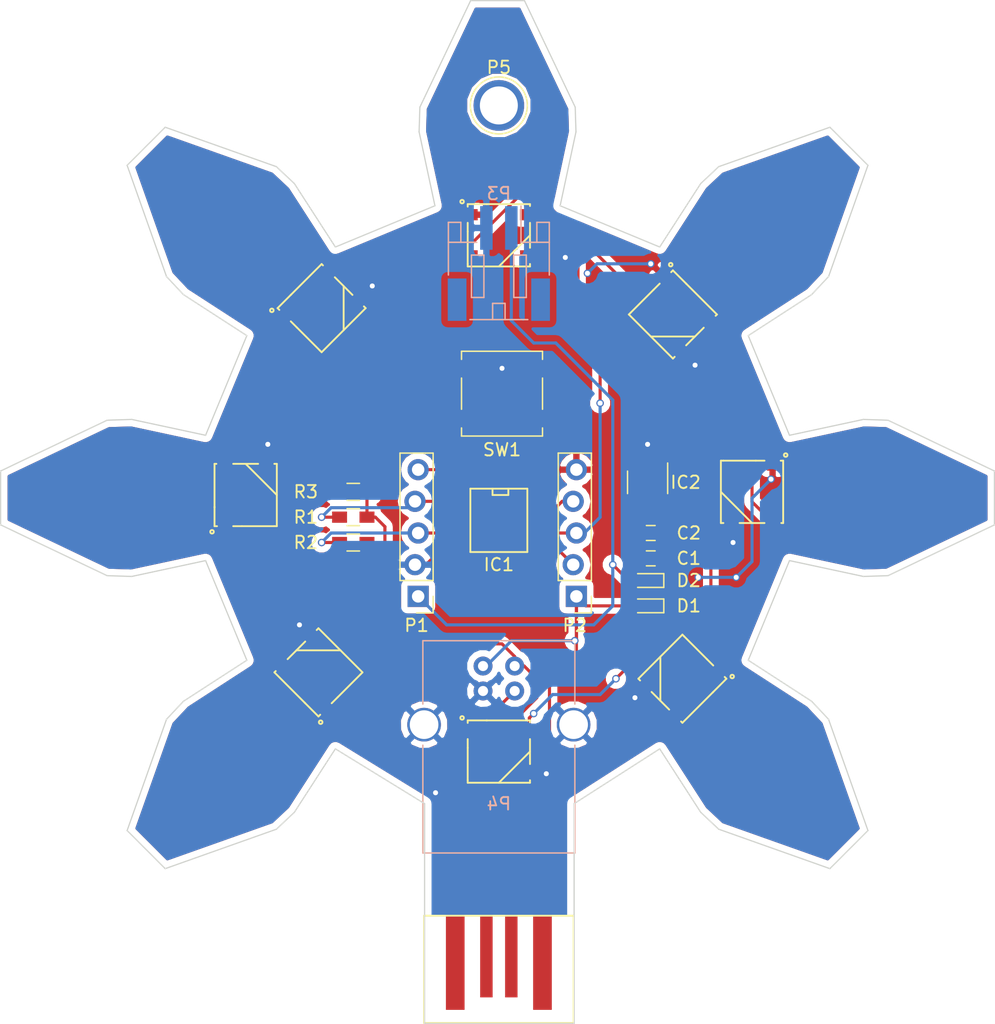
<source format=kicad_pcb>
(kicad_pcb (version 4) (host pcbnew 4.0.5)

  (general
    (links 63)
    (no_connects 1)
    (area 92.296895 80.190805 172.160815 162.501001)
    (thickness 1.6)
    (drawings 61)
    (tracks 202)
    (zones 0)
    (modules 24)
    (nets 24)
  )

  (page A4)
  (layers
    (0 F.Cu signal)
    (31 B.Cu signal hide)
    (32 B.Adhes user)
    (33 F.Adhes user)
    (34 B.Paste user)
    (35 F.Paste user)
    (36 B.SilkS user)
    (37 F.SilkS user)
    (38 B.Mask user)
    (39 F.Mask user)
    (40 Dwgs.User user)
    (41 Cmts.User user)
    (42 Eco1.User user)
    (43 Eco2.User user)
    (44 Edge.Cuts user)
    (45 Margin user)
    (46 B.CrtYd user)
    (47 F.CrtYd user)
    (48 B.Fab user)
    (49 F.Fab user)
  )

  (setup
    (last_trace_width 0.25)
    (trace_clearance 0.2)
    (zone_clearance 0.508)
    (zone_45_only no)
    (trace_min 0.2)
    (segment_width 0.2)
    (edge_width 0.15)
    (via_size 0.6)
    (via_drill 0.4)
    (via_min_size 0.4)
    (via_min_drill 0.3)
    (uvia_size 0.3)
    (uvia_drill 0.1)
    (uvias_allowed no)
    (uvia_min_size 0.2)
    (uvia_min_drill 0.1)
    (pcb_text_width 0.3)
    (pcb_text_size 1.5 1.5)
    (mod_edge_width 0.15)
    (mod_text_size 1 1)
    (mod_text_width 0.15)
    (pad_size 1.524 1.524)
    (pad_drill 0.762)
    (pad_to_mask_clearance 0.2)
    (aux_axis_origin 0 0)
    (visible_elements FFFFFF7F)
    (pcbplotparams
      (layerselection 0x010f0_80000001)
      (usegerberextensions true)
      (excludeedgelayer true)
      (linewidth 0.100000)
      (plotframeref false)
      (viasonmask false)
      (mode 1)
      (useauxorigin false)
      (hpglpennumber 1)
      (hpglpenspeed 20)
      (hpglpendiameter 15)
      (hpglpenoverlay 2)
      (psnegative false)
      (psa4output false)
      (plotreference true)
      (plotvalue true)
      (plotinvisibletext false)
      (padsonsilk false)
      (subtractmaskfromsilk true)
      (outputformat 1)
      (mirror false)
      (drillshape 0)
      (scaleselection 1)
      (outputdirectory v1/))
  )

  (net 0 "")
  (net 1 "Net-(C1-Pad1)")
  (net 2 GND)
  (net 3 +3V3)
  (net 4 +5V)
  (net 5 +BATT)
  (net 6 /PB2)
  (net 7 /PB1)
  (net 8 /PB0)
  (net 9 /PB4)
  (net 10 /PB3)
  (net 11 /RESET)
  (net 12 "Net-(IC2-Pad5)")
  (net 13 "Net-(J1-Pad3)")
  (net 14 "Net-(J1-Pad2)")
  (net 15 "Net-(LED1-Pad2)")
  (net 16 "Net-(LED2-Pad2)")
  (net 17 "Net-(LED3-Pad2)")
  (net 18 "Net-(LED4-Pad2)")
  (net 19 "Net-(LED8-Pad2)")
  (net 20 "Net-(LED5-Pad2)")
  (net 21 "Net-(LED6-Pad2)")
  (net 22 "Net-(LED7-Pad2)")
  (net 23 "Net-(P5-Pad1)")

  (net_class Default "This is the default net class."
    (clearance 0.2)
    (trace_width 0.25)
    (via_dia 0.6)
    (via_drill 0.4)
    (uvia_dia 0.3)
    (uvia_drill 0.1)
    (add_net +3V3)
    (add_net +5V)
    (add_net +BATT)
    (add_net /PB0)
    (add_net /PB1)
    (add_net /PB2)
    (add_net /PB3)
    (add_net /PB4)
    (add_net /RESET)
    (add_net GND)
    (add_net "Net-(C1-Pad1)")
    (add_net "Net-(IC2-Pad5)")
    (add_net "Net-(J1-Pad2)")
    (add_net "Net-(J1-Pad3)")
    (add_net "Net-(LED1-Pad2)")
    (add_net "Net-(LED2-Pad2)")
    (add_net "Net-(LED3-Pad2)")
    (add_net "Net-(LED4-Pad2)")
    (add_net "Net-(LED5-Pad2)")
    (add_net "Net-(LED6-Pad2)")
    (add_net "Net-(LED7-Pad2)")
    (add_net "Net-(LED8-Pad2)")
    (add_net "Net-(P5-Pad1)")
  )

  (module Capacitors_SMD:C_0603_HandSoldering (layer F.Cu) (tedit 58CDD9DA) (tstamp 58CD3C00)
    (at 144.526 124.968 180)
    (descr "Capacitor SMD 0603, hand soldering")
    (tags "capacitor 0603")
    (path /58CC8845)
    (attr smd)
    (fp_text reference C1 (at -3.048 0 180) (layer F.SilkS)
      (effects (font (size 1 1) (thickness 0.15)))
    )
    (fp_text value C_Small (at 0 1.5 180) (layer F.Fab) hide
      (effects (font (size 1 1) (thickness 0.15)))
    )
    (fp_text user %R (at 3.048 0 180) (layer F.Fab) hide
      (effects (font (size 1 1) (thickness 0.15)))
    )
    (fp_line (start -0.8 0.4) (end -0.8 -0.4) (layer F.Fab) (width 0.1))
    (fp_line (start 0.8 0.4) (end -0.8 0.4) (layer F.Fab) (width 0.1))
    (fp_line (start 0.8 -0.4) (end 0.8 0.4) (layer F.Fab) (width 0.1))
    (fp_line (start -0.8 -0.4) (end 0.8 -0.4) (layer F.Fab) (width 0.1))
    (fp_line (start -0.35 -0.6) (end 0.35 -0.6) (layer F.SilkS) (width 0.12))
    (fp_line (start 0.35 0.6) (end -0.35 0.6) (layer F.SilkS) (width 0.12))
    (fp_line (start -1.8 -0.65) (end 1.8 -0.65) (layer F.CrtYd) (width 0.05))
    (fp_line (start -1.8 -0.65) (end -1.8 0.65) (layer F.CrtYd) (width 0.05))
    (fp_line (start 1.8 0.65) (end 1.8 -0.65) (layer F.CrtYd) (width 0.05))
    (fp_line (start 1.8 0.65) (end -1.8 0.65) (layer F.CrtYd) (width 0.05))
    (pad 1 smd rect (at -0.95 0 180) (size 1.2 0.75) (layers F.Cu F.Paste F.Mask)
      (net 1 "Net-(C1-Pad1)"))
    (pad 2 smd rect (at 0.95 0 180) (size 1.2 0.75) (layers F.Cu F.Paste F.Mask)
      (net 2 GND))
    (model Capacitors_SMD.3dshapes/C_0603.wrl
      (at (xyz 0 0 0))
      (scale (xyz 1 1 1))
      (rotate (xyz 0 0 0))
    )
  )

  (module Capacitors_SMD:C_0603_HandSoldering (layer F.Cu) (tedit 58CDD9D5) (tstamp 58CD3C06)
    (at 144.526 122.936)
    (descr "Capacitor SMD 0603, hand soldering")
    (tags "capacitor 0603")
    (path /58CCA0E9)
    (attr smd)
    (fp_text reference C2 (at 3.048 0) (layer F.SilkS)
      (effects (font (size 1 1) (thickness 0.15)))
    )
    (fp_text value C_Small (at 0 1.5) (layer F.Fab) hide
      (effects (font (size 1 1) (thickness 0.15)))
    )
    (fp_text user %R (at 3.048 0) (layer F.Fab) hide
      (effects (font (size 1 1) (thickness 0.15)))
    )
    (fp_line (start -0.8 0.4) (end -0.8 -0.4) (layer F.Fab) (width 0.1))
    (fp_line (start 0.8 0.4) (end -0.8 0.4) (layer F.Fab) (width 0.1))
    (fp_line (start 0.8 -0.4) (end 0.8 0.4) (layer F.Fab) (width 0.1))
    (fp_line (start -0.8 -0.4) (end 0.8 -0.4) (layer F.Fab) (width 0.1))
    (fp_line (start -0.35 -0.6) (end 0.35 -0.6) (layer F.SilkS) (width 0.12))
    (fp_line (start 0.35 0.6) (end -0.35 0.6) (layer F.SilkS) (width 0.12))
    (fp_line (start -1.8 -0.65) (end 1.8 -0.65) (layer F.CrtYd) (width 0.05))
    (fp_line (start -1.8 -0.65) (end -1.8 0.65) (layer F.CrtYd) (width 0.05))
    (fp_line (start 1.8 0.65) (end 1.8 -0.65) (layer F.CrtYd) (width 0.05))
    (fp_line (start 1.8 0.65) (end -1.8 0.65) (layer F.CrtYd) (width 0.05))
    (pad 1 smd rect (at -0.95 0) (size 1.2 0.75) (layers F.Cu F.Paste F.Mask)
      (net 3 +3V3))
    (pad 2 smd rect (at 0.95 0) (size 1.2 0.75) (layers F.Cu F.Paste F.Mask)
      (net 2 GND))
    (model Capacitors_SMD.3dshapes/C_0603.wrl
      (at (xyz 0 0 0))
      (scale (xyz 1 1 1))
      (rotate (xyz 0 0 0))
    )
  )

  (module Diodes_SMD:D_0603 (layer F.Cu) (tedit 58CDD9E9) (tstamp 58CD3C0C)
    (at 144.272 128.778 180)
    (descr "Diode SMD in 0603 package")
    (tags "smd diode")
    (path /58CC8632)
    (attr smd)
    (fp_text reference D1 (at -3.302 0 180) (layer F.SilkS)
      (effects (font (size 1 1) (thickness 0.15)))
    )
    (fp_text value D_Schottky (at 0 -1.5 180) (layer F.Fab) hide
      (effects (font (size 1 1) (thickness 0.15)))
    )
    (fp_line (start -1.3 -0.55) (end -1.3 0.55) (layer F.SilkS) (width 0.12))
    (fp_line (start 1.4 0.65) (end 1.4 -0.65) (layer F.CrtYd) (width 0.05))
    (fp_line (start -1.4 0.65) (end 1.4 0.65) (layer F.CrtYd) (width 0.05))
    (fp_line (start -1.4 -0.65) (end -1.4 0.65) (layer F.CrtYd) (width 0.05))
    (fp_line (start 1.4 -0.65) (end -1.4 -0.65) (layer F.CrtYd) (width 0.05))
    (fp_line (start 0.2 0) (end 0.4 0) (layer F.Fab) (width 0.1))
    (fp_line (start -0.1 0) (end -0.3 0) (layer F.Fab) (width 0.1))
    (fp_line (start -0.1 -0.2) (end -0.1 0.2) (layer F.Fab) (width 0.1))
    (fp_line (start 0.2 0.2) (end 0.2 -0.2) (layer F.Fab) (width 0.1))
    (fp_line (start -0.1 0) (end 0.2 0.2) (layer F.Fab) (width 0.1))
    (fp_line (start 0.2 -0.2) (end -0.1 0) (layer F.Fab) (width 0.1))
    (fp_line (start -0.8 0.4) (end -0.8 -0.4) (layer F.Fab) (width 0.1))
    (fp_line (start 0.8 0.4) (end -0.8 0.4) (layer F.Fab) (width 0.1))
    (fp_line (start 0.8 -0.4) (end 0.8 0.4) (layer F.Fab) (width 0.1))
    (fp_line (start -0.8 -0.4) (end 0.8 -0.4) (layer F.Fab) (width 0.1))
    (fp_line (start -1.3 0.55) (end 0.8 0.55) (layer F.SilkS) (width 0.12))
    (fp_line (start -1.3 -0.55) (end 0.8 -0.55) (layer F.SilkS) (width 0.12))
    (pad 1 smd rect (at -0.85 0 180) (size 0.6 0.8) (layers F.Cu F.Paste F.Mask)
      (net 1 "Net-(C1-Pad1)"))
    (pad 2 smd rect (at 0.85 0 180) (size 0.6 0.8) (layers F.Cu F.Paste F.Mask)
      (net 4 +5V))
  )

  (module Diodes_SMD:D_0603 (layer F.Cu) (tedit 58CDD9E7) (tstamp 58CD3C12)
    (at 144.272 126.746 180)
    (descr "Diode SMD in 0603 package")
    (tags "smd diode")
    (path /58CC85C5)
    (attr smd)
    (fp_text reference D2 (at -3.302 0 180) (layer F.SilkS)
      (effects (font (size 1 1) (thickness 0.15)))
    )
    (fp_text value D_Schottky (at 0 -1.5 180) (layer F.Fab) hide
      (effects (font (size 1 1) (thickness 0.15)))
    )
    (fp_line (start -1.3 -0.55) (end -1.3 0.55) (layer F.SilkS) (width 0.12))
    (fp_line (start 1.4 0.65) (end 1.4 -0.65) (layer F.CrtYd) (width 0.05))
    (fp_line (start -1.4 0.65) (end 1.4 0.65) (layer F.CrtYd) (width 0.05))
    (fp_line (start -1.4 -0.65) (end -1.4 0.65) (layer F.CrtYd) (width 0.05))
    (fp_line (start 1.4 -0.65) (end -1.4 -0.65) (layer F.CrtYd) (width 0.05))
    (fp_line (start 0.2 0) (end 0.4 0) (layer F.Fab) (width 0.1))
    (fp_line (start -0.1 0) (end -0.3 0) (layer F.Fab) (width 0.1))
    (fp_line (start -0.1 -0.2) (end -0.1 0.2) (layer F.Fab) (width 0.1))
    (fp_line (start 0.2 0.2) (end 0.2 -0.2) (layer F.Fab) (width 0.1))
    (fp_line (start -0.1 0) (end 0.2 0.2) (layer F.Fab) (width 0.1))
    (fp_line (start 0.2 -0.2) (end -0.1 0) (layer F.Fab) (width 0.1))
    (fp_line (start -0.8 0.4) (end -0.8 -0.4) (layer F.Fab) (width 0.1))
    (fp_line (start 0.8 0.4) (end -0.8 0.4) (layer F.Fab) (width 0.1))
    (fp_line (start 0.8 -0.4) (end 0.8 0.4) (layer F.Fab) (width 0.1))
    (fp_line (start -0.8 -0.4) (end 0.8 -0.4) (layer F.Fab) (width 0.1))
    (fp_line (start -1.3 0.55) (end 0.8 0.55) (layer F.SilkS) (width 0.12))
    (fp_line (start -1.3 -0.55) (end 0.8 -0.55) (layer F.SilkS) (width 0.12))
    (pad 1 smd rect (at -0.85 0 180) (size 0.6 0.8) (layers F.Cu F.Paste F.Mask)
      (net 1 "Net-(C1-Pad1)"))
    (pad 2 smd rect (at 0.85 0 180) (size 0.6 0.8) (layers F.Cu F.Paste F.Mask)
      (net 5 +BATT))
  )

  (module SMD_Packages:SOIC-8-N (layer F.Cu) (tedit 58CDD9FD) (tstamp 58CD3C1E)
    (at 132.334 121.92 270)
    (descr "Module Narrow CMS SOJ 8 pins large")
    (tags "CMS SOJ")
    (path /58BB7899)
    (attr smd)
    (fp_text reference IC1 (at 3.556 0 360) (layer F.SilkS)
      (effects (font (size 1 1) (thickness 0.15)))
    )
    (fp_text value ATTINY85-P (at 0 1.27 270) (layer F.Fab) hide
      (effects (font (size 1 1) (thickness 0.15)))
    )
    (fp_line (start -2.54 -2.286) (end 2.54 -2.286) (layer F.SilkS) (width 0.15))
    (fp_line (start 2.54 -2.286) (end 2.54 2.286) (layer F.SilkS) (width 0.15))
    (fp_line (start 2.54 2.286) (end -2.54 2.286) (layer F.SilkS) (width 0.15))
    (fp_line (start -2.54 2.286) (end -2.54 -2.286) (layer F.SilkS) (width 0.15))
    (fp_line (start -2.54 -0.762) (end -2.032 -0.762) (layer F.SilkS) (width 0.15))
    (fp_line (start -2.032 -0.762) (end -2.032 0.508) (layer F.SilkS) (width 0.15))
    (fp_line (start -2.032 0.508) (end -2.54 0.508) (layer F.SilkS) (width 0.15))
    (pad 8 smd rect (at -1.905 -3.175 270) (size 0.508 1.143) (layers F.Cu F.Paste F.Mask)
      (net 3 +3V3))
    (pad 7 smd rect (at -0.635 -3.175 270) (size 0.508 1.143) (layers F.Cu F.Paste F.Mask)
      (net 6 /PB2))
    (pad 6 smd rect (at 0.635 -3.175 270) (size 0.508 1.143) (layers F.Cu F.Paste F.Mask)
      (net 7 /PB1))
    (pad 5 smd rect (at 1.905 -3.175 270) (size 0.508 1.143) (layers F.Cu F.Paste F.Mask)
      (net 8 /PB0))
    (pad 4 smd rect (at 1.905 3.175 270) (size 0.508 1.143) (layers F.Cu F.Paste F.Mask)
      (net 2 GND))
    (pad 3 smd rect (at 0.635 3.175 270) (size 0.508 1.143) (layers F.Cu F.Paste F.Mask)
      (net 9 /PB4))
    (pad 2 smd rect (at -0.635 3.175 270) (size 0.508 1.143) (layers F.Cu F.Paste F.Mask)
      (net 10 /PB3))
    (pad 1 smd rect (at -1.905 3.175 270) (size 0.508 1.143) (layers F.Cu F.Paste F.Mask)
      (net 11 /RESET))
    (model SMD_Packages.3dshapes/SOIC-8-N.wrl
      (at (xyz 0 0 0))
      (scale (xyz 0.5 0.38 0.5))
      (rotate (xyz 0 0 0))
    )
  )

  (module TO_SOT_Packages_SMD:SOT-23-5_HandSoldering (layer F.Cu) (tedit 58CDDA03) (tstamp 58CD3C27)
    (at 144.272 118.872 270)
    (descr "5-pin SOT23 package")
    (tags "SOT-23-5 hand-soldering")
    (path /58CCDD57)
    (attr smd)
    (fp_text reference IC2 (at 0 -3.048 360) (layer F.SilkS)
      (effects (font (size 1 1) (thickness 0.15)))
    )
    (fp_text value MIC5225 (at 0 2.9 270) (layer F.Fab) hide
      (effects (font (size 1 1) (thickness 0.15)))
    )
    (fp_line (start -0.9 1.61) (end 0.9 1.61) (layer F.SilkS) (width 0.12))
    (fp_line (start 0.9 -1.61) (end -1.55 -1.61) (layer F.SilkS) (width 0.12))
    (fp_line (start -0.9 -0.9) (end -0.25 -1.55) (layer F.Fab) (width 0.1))
    (fp_line (start 0.9 -1.55) (end -0.25 -1.55) (layer F.Fab) (width 0.1))
    (fp_line (start -0.9 -0.9) (end -0.9 1.55) (layer F.Fab) (width 0.1))
    (fp_line (start 0.9 1.55) (end -0.9 1.55) (layer F.Fab) (width 0.1))
    (fp_line (start 0.9 -1.55) (end 0.9 1.55) (layer F.Fab) (width 0.1))
    (fp_line (start -2.38 -1.8) (end 2.38 -1.8) (layer F.CrtYd) (width 0.05))
    (fp_line (start -2.38 -1.8) (end -2.38 1.8) (layer F.CrtYd) (width 0.05))
    (fp_line (start 2.38 1.8) (end 2.38 -1.8) (layer F.CrtYd) (width 0.05))
    (fp_line (start 2.38 1.8) (end -2.38 1.8) (layer F.CrtYd) (width 0.05))
    (pad 1 smd rect (at -1.35 -0.95 270) (size 1.56 0.65) (layers F.Cu F.Paste F.Mask)
      (net 1 "Net-(C1-Pad1)"))
    (pad 2 smd rect (at -1.35 0 270) (size 1.56 0.65) (layers F.Cu F.Paste F.Mask)
      (net 2 GND))
    (pad 3 smd rect (at -1.35 0.95 270) (size 1.56 0.65) (layers F.Cu F.Paste F.Mask)
      (net 1 "Net-(C1-Pad1)"))
    (pad 4 smd rect (at 1.35 0.95 270) (size 1.56 0.65) (layers F.Cu F.Paste F.Mask)
      (net 3 +3V3))
    (pad 5 smd rect (at 1.35 -0.95 270) (size 1.56 0.65) (layers F.Cu F.Paste F.Mask)
      (net 12 "Net-(IC2-Pad5)"))
    (model TO_SOT_Packages_SMD.3dshapes\SOT-23-5.wrl
      (at (xyz 0 0 0))
      (scale (xyz 1 1 1))
      (rotate (xyz 0 0 0))
    )
  )

  (module local:PCBUSB (layer F.Cu) (tedit 58CDDA1F) (tstamp 58CD3C33)
    (at 132.334 157.226 90)
    (path /58CCE686)
    (fp_text reference J1 (at 0 7.2 90) (layer F.SilkS) hide
      (effects (font (size 1 1) (thickness 0.15)))
    )
    (fp_text value PCBUSB (at 0 -6.8 90) (layer F.Fab)
      (effects (font (size 1 1) (thickness 0.15)))
    )
    (fp_line (start 3.6 6) (end 3.6 -6) (layer F.SilkS) (width 0.15))
    (fp_line (start -5 -6) (end 3.6 -6) (layer F.SilkS) (width 0.15))
    (fp_line (start -5 6) (end -5 -6) (layer F.SilkS) (width 0.15))
    (fp_line (start -5 6) (end 3.6 6) (layer F.SilkS) (width 0.15))
    (pad 1 smd rect (at -0.2 3.5 90) (size 7.5 1.5) (layers F.Cu F.Paste F.Mask)
      (net 4 +5V))
    (pad 4 smd rect (at -0.2 -3.5 90) (size 7.5 1.5) (layers F.Cu F.Paste F.Mask)
      (net 2 GND))
    (pad 3 smd rect (at 0.3 -1 90) (size 6.5 1) (layers F.Cu F.Paste F.Mask)
      (net 13 "Net-(J1-Pad3)"))
    (pad 2 smd rect (at 0.3 1 90) (size 6.5 1) (layers F.Cu F.Paste F.Mask)
      (net 14 "Net-(J1-Pad2)"))
  )

  (module FT:WS2812B (layer F.Cu) (tedit 5477AD48) (tstamp 58CD3C47)
    (at 132.334 99.06)
    (path /58CCAA70)
    (fp_text reference LED1 (at 0 -0.45) (layer Eco1.User)
      (effects (font (size 0.6 0.6) (thickness 0.1)))
    )
    (fp_text value WS2812B (at 0 0.55) (layer Eco1.User) hide
      (effects (font (size 0.6 0.6) (thickness 0.1)))
    )
    (fp_line (start 0 2.5) (end 2.5 0) (layer F.SilkS) (width 0.15))
    (fp_line (start -2.5 -2.5) (end -2.5 -2.3) (layer F.SilkS) (width 0.15))
    (fp_line (start -0.95 -2.5) (end -2.5 -2.5) (layer F.SilkS) (width 0.15))
    (fp_line (start -2.5 -0.3) (end -2.5 -1) (layer F.SilkS) (width 0.15))
    (fp_line (start 2.5 -2.5) (end -1 -2.5) (layer F.SilkS) (width 0.15))
    (fp_line (start -2.5 -0.3) (end -2.5 2.3) (layer F.SilkS) (width 0.15))
    (fp_circle (center -2.95 -2.7) (end -2.85 -2.6) (layer F.SilkS) (width 0.15))
    (fp_line (start 2.5 -1) (end 2.5 1) (layer F.SilkS) (width 0.15))
    (fp_line (start 2.5 2.3) (end 2.5 2.5) (layer F.SilkS) (width 0.15))
    (fp_line (start 2.5 2.5) (end -2.5 2.5) (layer F.SilkS) (width 0.15))
    (fp_line (start -2.5 2.5) (end -2.5 2.3) (layer F.SilkS) (width 0.15))
    (fp_line (start 2.5 -2.5) (end 2.5 -2.35) (layer F.SilkS) (width 0.15))
    (pad 1 smd rect (at -2.45 -1.65) (size 1.5 0.9) (layers F.Cu F.Paste F.Mask)
      (net 3 +3V3))
    (pad 2 smd rect (at -2.45 1.65) (size 1.5 0.9) (layers F.Cu F.Paste F.Mask)
      (net 15 "Net-(LED1-Pad2)"))
    (pad 3 smd rect (at 2.45 1.65) (size 1.5 0.9) (layers F.Cu F.Paste F.Mask)
      (net 2 GND))
    (pad 4 smd rect (at 2.45 -1.65) (size 1.5 0.9) (layers F.Cu F.Paste F.Mask)
      (net 7 /PB1))
  )

  (module FT:WS2812B (layer F.Cu) (tedit 58CDC830) (tstamp 58CD3C5B)
    (at 146.304 105.41 315)
    (path /58CCAB84)
    (fp_text reference LED2 (at 0 -0.45 405) (layer Eco1.User)
      (effects (font (size 0.6 0.6) (thickness 0.1)))
    )
    (fp_text value WS2812B (at 0 0.55 315) (layer Eco1.User) hide
      (effects (font (size 0.6 0.6) (thickness 0.1)))
    )
    (fp_line (start 0 2.5) (end 2.5 0) (layer F.SilkS) (width 0.15))
    (fp_line (start -2.5 -2.5) (end -2.5 -2.3) (layer F.SilkS) (width 0.15))
    (fp_line (start -0.95 -2.5) (end -2.5 -2.5) (layer F.SilkS) (width 0.15))
    (fp_line (start -2.5 -0.3) (end -2.5 -1) (layer F.SilkS) (width 0.15))
    (fp_line (start 2.5 -2.5) (end -1 -2.5) (layer F.SilkS) (width 0.15))
    (fp_line (start -2.5 -0.3) (end -2.5 2.3) (layer F.SilkS) (width 0.15))
    (fp_circle (center -2.95 -2.7) (end -2.85 -2.6) (layer F.SilkS) (width 0.15))
    (fp_line (start 2.5 -1) (end 2.5 1) (layer F.SilkS) (width 0.15))
    (fp_line (start 2.5 2.3) (end 2.5 2.5) (layer F.SilkS) (width 0.15))
    (fp_line (start 2.5 2.5) (end -2.5 2.5) (layer F.SilkS) (width 0.15))
    (fp_line (start -2.5 2.5) (end -2.5 2.3) (layer F.SilkS) (width 0.15))
    (fp_line (start 2.5 -2.5) (end 2.5 -2.35) (layer F.SilkS) (width 0.15))
    (pad 1 smd rect (at -2.45 -1.65 315) (size 1.5 0.9) (layers F.Cu F.Paste F.Mask)
      (net 3 +3V3))
    (pad 2 smd rect (at -2.45 1.65 315) (size 1.5 0.9) (layers F.Cu F.Paste F.Mask)
      (net 16 "Net-(LED2-Pad2)"))
    (pad 3 smd rect (at 2.45 1.65 315) (size 1.5 0.9) (layers F.Cu F.Paste F.Mask)
      (net 2 GND))
    (pad 4 smd rect (at 2.45 -1.65 315) (size 1.5 0.9) (layers F.Cu F.Paste F.Mask)
      (net 15 "Net-(LED1-Pad2)"))
  )

  (module FT:WS2812B (layer F.Cu) (tedit 5477AD48) (tstamp 58CD3C6F)
    (at 152.654 119.634 270)
    (path /58CCACE5)
    (fp_text reference LED3 (at 0 -0.45 270) (layer Eco1.User)
      (effects (font (size 0.6 0.6) (thickness 0.1)))
    )
    (fp_text value WS2812B (at 0 0.55 270) (layer Eco1.User) hide
      (effects (font (size 0.6 0.6) (thickness 0.1)))
    )
    (fp_line (start 0 2.5) (end 2.5 0) (layer F.SilkS) (width 0.15))
    (fp_line (start -2.5 -2.5) (end -2.5 -2.3) (layer F.SilkS) (width 0.15))
    (fp_line (start -0.95 -2.5) (end -2.5 -2.5) (layer F.SilkS) (width 0.15))
    (fp_line (start -2.5 -0.3) (end -2.5 -1) (layer F.SilkS) (width 0.15))
    (fp_line (start 2.5 -2.5) (end -1 -2.5) (layer F.SilkS) (width 0.15))
    (fp_line (start -2.5 -0.3) (end -2.5 2.3) (layer F.SilkS) (width 0.15))
    (fp_circle (center -2.95 -2.7) (end -2.85 -2.6) (layer F.SilkS) (width 0.15))
    (fp_line (start 2.5 -1) (end 2.5 1) (layer F.SilkS) (width 0.15))
    (fp_line (start 2.5 2.3) (end 2.5 2.5) (layer F.SilkS) (width 0.15))
    (fp_line (start 2.5 2.5) (end -2.5 2.5) (layer F.SilkS) (width 0.15))
    (fp_line (start -2.5 2.5) (end -2.5 2.3) (layer F.SilkS) (width 0.15))
    (fp_line (start 2.5 -2.5) (end 2.5 -2.35) (layer F.SilkS) (width 0.15))
    (pad 1 smd rect (at -2.45 -1.65 270) (size 1.5 0.9) (layers F.Cu F.Paste F.Mask)
      (net 3 +3V3))
    (pad 2 smd rect (at -2.45 1.65 270) (size 1.5 0.9) (layers F.Cu F.Paste F.Mask)
      (net 17 "Net-(LED3-Pad2)"))
    (pad 3 smd rect (at 2.45 1.65 270) (size 1.5 0.9) (layers F.Cu F.Paste F.Mask)
      (net 2 GND))
    (pad 4 smd rect (at 2.45 -1.65 270) (size 1.5 0.9) (layers F.Cu F.Paste F.Mask)
      (net 16 "Net-(LED2-Pad2)"))
  )

  (module FT:WS2812B (layer F.Cu) (tedit 58CDC855) (tstamp 58CD3C83)
    (at 147.066 134.62 225)
    (path /58CCAE9F)
    (fp_text reference LED4 (at 0 -0.45 405) (layer Eco1.User)
      (effects (font (size 0.6 0.6) (thickness 0.1)))
    )
    (fp_text value WS2812B (at 0 0.55 225) (layer Eco1.User) hide
      (effects (font (size 0.6 0.6) (thickness 0.1)))
    )
    (fp_line (start 0 2.5) (end 2.5 0) (layer F.SilkS) (width 0.15))
    (fp_line (start -2.5 -2.5) (end -2.5 -2.3) (layer F.SilkS) (width 0.15))
    (fp_line (start -0.95 -2.5) (end -2.5 -2.5) (layer F.SilkS) (width 0.15))
    (fp_line (start -2.5 -0.3) (end -2.5 -1) (layer F.SilkS) (width 0.15))
    (fp_line (start 2.5 -2.5) (end -1 -2.5) (layer F.SilkS) (width 0.15))
    (fp_line (start -2.5 -0.3) (end -2.5 2.3) (layer F.SilkS) (width 0.15))
    (fp_circle (center -2.95 -2.7) (end -2.85 -2.6) (layer F.SilkS) (width 0.15))
    (fp_line (start 2.5 -1) (end 2.5 1) (layer F.SilkS) (width 0.15))
    (fp_line (start 2.5 2.3) (end 2.5 2.5) (layer F.SilkS) (width 0.15))
    (fp_line (start 2.5 2.5) (end -2.5 2.5) (layer F.SilkS) (width 0.15))
    (fp_line (start -2.5 2.5) (end -2.5 2.3) (layer F.SilkS) (width 0.15))
    (fp_line (start 2.5 -2.5) (end 2.5 -2.35) (layer F.SilkS) (width 0.15))
    (pad 1 smd rect (at -2.45 -1.65 225) (size 1.5 0.9) (layers F.Cu F.Paste F.Mask)
      (net 3 +3V3))
    (pad 2 smd rect (at -2.45 1.65 225) (size 1.5 0.9) (layers F.Cu F.Paste F.Mask)
      (net 18 "Net-(LED4-Pad2)"))
    (pad 3 smd rect (at 2.45 1.65 225) (size 1.5 0.9) (layers F.Cu F.Paste F.Mask)
      (net 2 GND))
    (pad 4 smd rect (at 2.45 -1.65 225) (size 1.5 0.9) (layers F.Cu F.Paste F.Mask)
      (net 17 "Net-(LED3-Pad2)"))
  )

  (module FT:WS2812B (layer F.Cu) (tedit 58CDD7BD) (tstamp 58CD3C97)
    (at 117.856 134.112 135)
    (path /58CCABD6)
    (fp_text reference LED6 (at 0 -0.45 135) (layer Eco1.User)
      (effects (font (size 0.6 0.6) (thickness 0.1)))
    )
    (fp_text value WS2812B (at 0 0.55 135) (layer Eco1.User) hide
      (effects (font (size 0.6 0.6) (thickness 0.1)))
    )
    (fp_line (start 0 2.5) (end 2.5 0) (layer F.SilkS) (width 0.15))
    (fp_line (start -2.5 -2.5) (end -2.5 -2.3) (layer F.SilkS) (width 0.15))
    (fp_line (start -0.95 -2.5) (end -2.5 -2.5) (layer F.SilkS) (width 0.15))
    (fp_line (start -2.5 -0.3) (end -2.5 -1) (layer F.SilkS) (width 0.15))
    (fp_line (start 2.5 -2.5) (end -1 -2.5) (layer F.SilkS) (width 0.15))
    (fp_line (start -2.5 -0.3) (end -2.5 2.3) (layer F.SilkS) (width 0.15))
    (fp_circle (center -2.95 -2.7) (end -2.85 -2.6) (layer F.SilkS) (width 0.15))
    (fp_line (start 2.5 -1) (end 2.5 1) (layer F.SilkS) (width 0.15))
    (fp_line (start 2.5 2.3) (end 2.5 2.5) (layer F.SilkS) (width 0.15))
    (fp_line (start 2.5 2.5) (end -2.5 2.5) (layer F.SilkS) (width 0.15))
    (fp_line (start -2.5 2.5) (end -2.5 2.3) (layer F.SilkS) (width 0.15))
    (fp_line (start 2.5 -2.5) (end 2.5 -2.35) (layer F.SilkS) (width 0.15))
    (pad 1 smd rect (at -2.45 -1.65 135) (size 1.5 0.9) (layers F.Cu F.Paste F.Mask)
      (net 3 +3V3))
    (pad 2 smd rect (at -2.45 1.65 135) (size 1.5 0.9) (layers F.Cu F.Paste F.Mask)
      (net 21 "Net-(LED6-Pad2)"))
    (pad 3 smd rect (at 2.45 1.65 135) (size 1.5 0.9) (layers F.Cu F.Paste F.Mask)
      (net 2 GND))
    (pad 4 smd rect (at 2.45 -1.65 135) (size 1.5 0.9) (layers F.Cu F.Paste F.Mask)
      (net 20 "Net-(LED5-Pad2)"))
  )

  (module FT:WS2812B (layer F.Cu) (tedit 58CDD7C9) (tstamp 58CD3CAB)
    (at 112.014 119.888 90)
    (path /58CCAE2C)
    (fp_text reference LED7 (at 0 -0.45 90) (layer Eco1.User)
      (effects (font (size 0.6 0.6) (thickness 0.1)))
    )
    (fp_text value WS2812B (at 0 0.55 90) (layer Eco1.User) hide
      (effects (font (size 0.6 0.6) (thickness 0.1)))
    )
    (fp_line (start 0 2.5) (end 2.5 0) (layer F.SilkS) (width 0.15))
    (fp_line (start -2.5 -2.5) (end -2.5 -2.3) (layer F.SilkS) (width 0.15))
    (fp_line (start -0.95 -2.5) (end -2.5 -2.5) (layer F.SilkS) (width 0.15))
    (fp_line (start -2.5 -0.3) (end -2.5 -1) (layer F.SilkS) (width 0.15))
    (fp_line (start 2.5 -2.5) (end -1 -2.5) (layer F.SilkS) (width 0.15))
    (fp_line (start -2.5 -0.3) (end -2.5 2.3) (layer F.SilkS) (width 0.15))
    (fp_circle (center -2.95 -2.7) (end -2.85 -2.6) (layer F.SilkS) (width 0.15))
    (fp_line (start 2.5 -1) (end 2.5 1) (layer F.SilkS) (width 0.15))
    (fp_line (start 2.5 2.3) (end 2.5 2.5) (layer F.SilkS) (width 0.15))
    (fp_line (start 2.5 2.5) (end -2.5 2.5) (layer F.SilkS) (width 0.15))
    (fp_line (start -2.5 2.5) (end -2.5 2.3) (layer F.SilkS) (width 0.15))
    (fp_line (start 2.5 -2.5) (end 2.5 -2.35) (layer F.SilkS) (width 0.15))
    (pad 1 smd rect (at -2.45 -1.65 90) (size 1.5 0.9) (layers F.Cu F.Paste F.Mask)
      (net 3 +3V3))
    (pad 2 smd rect (at -2.45 1.65 90) (size 1.5 0.9) (layers F.Cu F.Paste F.Mask)
      (net 22 "Net-(LED7-Pad2)"))
    (pad 3 smd rect (at 2.45 1.65 90) (size 1.5 0.9) (layers F.Cu F.Paste F.Mask)
      (net 2 GND))
    (pad 4 smd rect (at 2.45 -1.65 90) (size 1.5 0.9) (layers F.Cu F.Paste F.Mask)
      (net 21 "Net-(LED6-Pad2)"))
  )

  (module FT:WS2812B (layer F.Cu) (tedit 58CDD7D1) (tstamp 58CD3CBF)
    (at 118.11 104.902 45)
    (path /58CCAF0B)
    (fp_text reference LED8 (at 0 -0.45 45) (layer Eco1.User)
      (effects (font (size 0.6 0.6) (thickness 0.1)))
    )
    (fp_text value WS2812B (at 0 0.55 45) (layer Eco1.User) hide
      (effects (font (size 0.6 0.6) (thickness 0.1)))
    )
    (fp_line (start 0 2.5) (end 2.5 0) (layer F.SilkS) (width 0.15))
    (fp_line (start -2.5 -2.5) (end -2.5 -2.3) (layer F.SilkS) (width 0.15))
    (fp_line (start -0.95 -2.5) (end -2.5 -2.5) (layer F.SilkS) (width 0.15))
    (fp_line (start -2.5 -0.3) (end -2.5 -1) (layer F.SilkS) (width 0.15))
    (fp_line (start 2.5 -2.5) (end -1 -2.5) (layer F.SilkS) (width 0.15))
    (fp_line (start -2.5 -0.3) (end -2.5 2.3) (layer F.SilkS) (width 0.15))
    (fp_circle (center -2.95 -2.7) (end -2.85 -2.6) (layer F.SilkS) (width 0.15))
    (fp_line (start 2.5 -1) (end 2.5 1) (layer F.SilkS) (width 0.15))
    (fp_line (start 2.5 2.3) (end 2.5 2.5) (layer F.SilkS) (width 0.15))
    (fp_line (start 2.5 2.5) (end -2.5 2.5) (layer F.SilkS) (width 0.15))
    (fp_line (start -2.5 2.5) (end -2.5 2.3) (layer F.SilkS) (width 0.15))
    (fp_line (start 2.5 -2.5) (end 2.5 -2.35) (layer F.SilkS) (width 0.15))
    (pad 1 smd rect (at -2.45 -1.65 45) (size 1.5 0.9) (layers F.Cu F.Paste F.Mask)
      (net 3 +3V3))
    (pad 2 smd rect (at -2.45 1.65 45) (size 1.5 0.9) (layers F.Cu F.Paste F.Mask)
      (net 19 "Net-(LED8-Pad2)"))
    (pad 3 smd rect (at 2.45 1.65 45) (size 1.5 0.9) (layers F.Cu F.Paste F.Mask)
      (net 2 GND))
    (pad 4 smd rect (at 2.45 -1.65 45) (size 1.5 0.9) (layers F.Cu F.Paste F.Mask)
      (net 22 "Net-(LED7-Pad2)"))
  )

  (module FT:WS2812B (layer F.Cu) (tedit 58CDD7B1) (tstamp 58CD3CD3)
    (at 132.334 140.462)
    (path /58CCAABA)
    (fp_text reference LED5 (at 0 -0.45) (layer Eco1.User)
      (effects (font (size 0.6 0.6) (thickness 0.1)))
    )
    (fp_text value WS2812B (at 0 0.55) (layer Eco1.User) hide
      (effects (font (size 0.6 0.6) (thickness 0.1)))
    )
    (fp_line (start 0 2.5) (end 2.5 0) (layer F.SilkS) (width 0.15))
    (fp_line (start -2.5 -2.5) (end -2.5 -2.3) (layer F.SilkS) (width 0.15))
    (fp_line (start -0.95 -2.5) (end -2.5 -2.5) (layer F.SilkS) (width 0.15))
    (fp_line (start -2.5 -0.3) (end -2.5 -1) (layer F.SilkS) (width 0.15))
    (fp_line (start 2.5 -2.5) (end -1 -2.5) (layer F.SilkS) (width 0.15))
    (fp_line (start -2.5 -0.3) (end -2.5 2.3) (layer F.SilkS) (width 0.15))
    (fp_circle (center -2.95 -2.7) (end -2.85 -2.6) (layer F.SilkS) (width 0.15))
    (fp_line (start 2.5 -1) (end 2.5 1) (layer F.SilkS) (width 0.15))
    (fp_line (start 2.5 2.3) (end 2.5 2.5) (layer F.SilkS) (width 0.15))
    (fp_line (start 2.5 2.5) (end -2.5 2.5) (layer F.SilkS) (width 0.15))
    (fp_line (start -2.5 2.5) (end -2.5 2.3) (layer F.SilkS) (width 0.15))
    (fp_line (start 2.5 -2.5) (end 2.5 -2.35) (layer F.SilkS) (width 0.15))
    (pad 1 smd rect (at -2.45 -1.65) (size 1.5 0.9) (layers F.Cu F.Paste F.Mask)
      (net 3 +3V3))
    (pad 2 smd rect (at -2.45 1.65) (size 1.5 0.9) (layers F.Cu F.Paste F.Mask)
      (net 20 "Net-(LED5-Pad2)"))
    (pad 3 smd rect (at 2.45 1.65) (size 1.5 0.9) (layers F.Cu F.Paste F.Mask)
      (net 2 GND))
    (pad 4 smd rect (at 2.45 -1.65) (size 1.5 0.9) (layers F.Cu F.Paste F.Mask)
      (net 18 "Net-(LED4-Pad2)"))
  )

  (module local:Socket_Strip_Straight_lock_1x05_Pitch2.54mm (layer F.Cu) (tedit 58CD4878) (tstamp 58CD3CEA)
    (at 125.73 128.016 180)
    (descr "Through hole straight socket strip, 1x05, 2.54mm pitch, single row")
    (tags "Through hole socket strip THT 1x05 2.54mm single row")
    (path /58CC99D1)
    (fp_text reference P1 (at 0 -2.33 180) (layer F.SilkS)
      (effects (font (size 1 1) (thickness 0.15)))
    )
    (fp_text value CONN_01X05 (at 0 12.49 180) (layer F.Fab) hide
      (effects (font (size 1 1) (thickness 0.15)))
    )
    (fp_line (start -1.27 -1.27) (end -1.27 11.43) (layer F.Fab) (width 0.1))
    (fp_line (start -1.27 11.43) (end 1.27 11.43) (layer F.Fab) (width 0.1))
    (fp_line (start 1.27 11.43) (end 1.27 -1.27) (layer F.Fab) (width 0.1))
    (fp_line (start 1.27 -1.27) (end -1.27 -1.27) (layer F.Fab) (width 0.1))
    (fp_line (start -1.33 1.27) (end -1.33 11.49) (layer F.SilkS) (width 0.12))
    (fp_line (start -1.33 11.49) (end 1.33 11.49) (layer F.SilkS) (width 0.12))
    (fp_line (start 1.33 11.49) (end 1.33 1.27) (layer F.SilkS) (width 0.12))
    (fp_line (start 1.33 1.27) (end -1.33 1.27) (layer F.SilkS) (width 0.12))
    (fp_line (start -1.33 0) (end -1.33 -1.33) (layer F.SilkS) (width 0.12))
    (fp_line (start -1.33 -1.33) (end 0 -1.33) (layer F.SilkS) (width 0.12))
    (fp_line (start -1.55 -1.55) (end -1.55 11.7) (layer F.CrtYd) (width 0.05))
    (fp_line (start -1.55 11.7) (end 1.55 11.7) (layer F.CrtYd) (width 0.05))
    (fp_line (start 1.55 11.7) (end 1.55 -1.55) (layer F.CrtYd) (width 0.05))
    (fp_line (start 1.55 -1.55) (end -1.55 -1.55) (layer F.CrtYd) (width 0.05))
    (pad 1 thru_hole rect (at -0.127 0 180) (size 1.7 1.7) (drill 1) (layers *.Cu *.Mask)
      (net 5 +BATT))
    (pad 2 thru_hole oval (at 0.127 2.54 180) (size 1.7 1.7) (drill 1) (layers *.Cu *.Mask)
      (net 2 GND))
    (pad 3 thru_hole oval (at -0.127 5.08 180) (size 1.7 1.7) (drill 1) (layers *.Cu *.Mask)
      (net 9 /PB4))
    (pad 4 thru_hole oval (at 0.127 7.62 180) (size 1.7 1.7) (drill 1) (layers *.Cu *.Mask)
      (net 10 /PB3))
    (pad 5 thru_hole oval (at -0.127 10.16 180) (size 1.7 1.7) (drill 1) (layers *.Cu *.Mask)
      (net 11 /RESET))
    (model Socket_Strips.3dshapes/Socket_Strip_Straight_1x05_Pitch2.54mm.wrl
      (at (xyz 0 -0.2 0))
      (scale (xyz 1 1 1))
      (rotate (xyz 0 0 270))
    )
  )

  (module local:Socket_Strip_Straight_lock_1x05_Pitch2.54mm (layer F.Cu) (tedit 58CD487B) (tstamp 58CD3D01)
    (at 138.43 128.016 180)
    (descr "Through hole straight socket strip, 1x05, 2.54mm pitch, single row")
    (tags "Through hole socket strip THT 1x05 2.54mm single row")
    (path /58CC9A1B)
    (fp_text reference P2 (at 0 -2.33 180) (layer F.SilkS)
      (effects (font (size 1 1) (thickness 0.15)))
    )
    (fp_text value CONN_01X05 (at 0 12.49 180) (layer F.Fab) hide
      (effects (font (size 1 1) (thickness 0.15)))
    )
    (fp_line (start -1.27 -1.27) (end -1.27 11.43) (layer F.Fab) (width 0.1))
    (fp_line (start -1.27 11.43) (end 1.27 11.43) (layer F.Fab) (width 0.1))
    (fp_line (start 1.27 11.43) (end 1.27 -1.27) (layer F.Fab) (width 0.1))
    (fp_line (start 1.27 -1.27) (end -1.27 -1.27) (layer F.Fab) (width 0.1))
    (fp_line (start -1.33 1.27) (end -1.33 11.49) (layer F.SilkS) (width 0.12))
    (fp_line (start -1.33 11.49) (end 1.33 11.49) (layer F.SilkS) (width 0.12))
    (fp_line (start 1.33 11.49) (end 1.33 1.27) (layer F.SilkS) (width 0.12))
    (fp_line (start 1.33 1.27) (end -1.33 1.27) (layer F.SilkS) (width 0.12))
    (fp_line (start -1.33 0) (end -1.33 -1.33) (layer F.SilkS) (width 0.12))
    (fp_line (start -1.33 -1.33) (end 0 -1.33) (layer F.SilkS) (width 0.12))
    (fp_line (start -1.55 -1.55) (end -1.55 11.7) (layer F.CrtYd) (width 0.05))
    (fp_line (start -1.55 11.7) (end 1.55 11.7) (layer F.CrtYd) (width 0.05))
    (fp_line (start 1.55 11.7) (end 1.55 -1.55) (layer F.CrtYd) (width 0.05))
    (fp_line (start 1.55 -1.55) (end -1.55 -1.55) (layer F.CrtYd) (width 0.05))
    (pad 1 thru_hole rect (at -0.127 0 180) (size 1.7 1.7) (drill 1) (layers *.Cu *.Mask)
      (net 4 +5V))
    (pad 2 thru_hole oval (at 0.127 2.54 180) (size 1.7 1.7) (drill 1) (layers *.Cu *.Mask)
      (net 8 /PB0))
    (pad 3 thru_hole oval (at -0.127 5.08 180) (size 1.7 1.7) (drill 1) (layers *.Cu *.Mask)
      (net 7 /PB1))
    (pad 4 thru_hole oval (at 0.127 7.62 180) (size 1.7 1.7) (drill 1) (layers *.Cu *.Mask)
      (net 6 /PB2))
    (pad 5 thru_hole oval (at -0.127 10.16 180) (size 1.7 1.7) (drill 1) (layers *.Cu *.Mask)
      (net 3 +3V3))
    (model Socket_Strips.3dshapes/Socket_Strip_Straight_1x05_Pitch2.54mm.wrl
      (at (xyz 0 -0.2 0))
      (scale (xyz 1 1 1))
      (rotate (xyz 0 0 270))
    )
  )

  (module Connectors_JST:JST_PH_S2B-PH-SM4-TB_02x2.00mm_Angled (layer B.Cu) (tedit 58C50E40) (tstamp 58CD3D09)
    (at 132.334 101.346 180)
    (descr "JST PH series connector, S2B-PH-SM4-TB, side entry type, surface mount, Datasheet: http://www.jst-mfg.com/product/pdf/eng/ePH.pdf")
    (tags "connector jst ph")
    (path /58CC79AF)
    (attr smd)
    (fp_text reference P3 (at 0 5.625 180) (layer B.SilkS)
      (effects (font (size 1 1) (thickness 0.15)) (justify mirror))
    )
    (fp_text value CONN_01X02 (at 0 -5.375 180) (layer B.Fab)
      (effects (font (size 1 1) (thickness 0.15)) (justify mirror))
    )
    (fp_line (start -3.15 1.625) (end -3.15 3.225) (layer B.Fab) (width 0.1))
    (fp_line (start -3.15 3.225) (end -3.95 3.225) (layer B.Fab) (width 0.1))
    (fp_line (start -3.95 3.225) (end -3.95 -4.375) (layer B.Fab) (width 0.1))
    (fp_line (start -3.95 -4.375) (end 3.95 -4.375) (layer B.Fab) (width 0.1))
    (fp_line (start 3.95 -4.375) (end 3.95 3.225) (layer B.Fab) (width 0.1))
    (fp_line (start 3.95 3.225) (end 3.15 3.225) (layer B.Fab) (width 0.1))
    (fp_line (start 3.15 3.225) (end 3.15 1.625) (layer B.Fab) (width 0.1))
    (fp_line (start 3.15 1.625) (end -3.15 1.625) (layer B.Fab) (width 0.1))
    (fp_line (start -1.775 1.725) (end -3.05 1.725) (layer B.SilkS) (width 0.12))
    (fp_line (start -3.05 1.725) (end -3.05 3.325) (layer B.SilkS) (width 0.12))
    (fp_line (start -3.05 3.325) (end -4.05 3.325) (layer B.SilkS) (width 0.12))
    (fp_line (start -4.05 3.325) (end -4.05 -0.9) (layer B.SilkS) (width 0.12))
    (fp_line (start 4.05 -0.9) (end 4.05 3.325) (layer B.SilkS) (width 0.12))
    (fp_line (start 4.05 3.325) (end 3.05 3.325) (layer B.SilkS) (width 0.12))
    (fp_line (start 3.05 3.325) (end 3.05 1.725) (layer B.SilkS) (width 0.12))
    (fp_line (start 3.05 1.725) (end 1.775 1.725) (layer B.SilkS) (width 0.12))
    (fp_line (start -0.5 -4.475) (end -0.5 -3.175) (layer B.SilkS) (width 0.12))
    (fp_line (start -0.5 -3.175) (end 0.5 -3.175) (layer B.SilkS) (width 0.12))
    (fp_line (start 0.5 -3.175) (end 0.5 -4.475) (layer B.SilkS) (width 0.12))
    (fp_line (start -4.05 1.725) (end -3.05 1.725) (layer B.SilkS) (width 0.12))
    (fp_line (start 4.05 1.725) (end 3.05 1.725) (layer B.SilkS) (width 0.12))
    (fp_line (start -2.325 -4.475) (end 2.325 -4.475) (layer B.SilkS) (width 0.12))
    (fp_line (start -2.2 0.7) (end -2.2 -2.7) (layer B.SilkS) (width 0.12))
    (fp_line (start -2.2 -2.7) (end -1.2 -2.7) (layer B.SilkS) (width 0.12))
    (fp_line (start -1.2 -2.7) (end -1.2 0.7) (layer B.SilkS) (width 0.12))
    (fp_line (start -1.2 0.7) (end -2.2 0.7) (layer B.SilkS) (width 0.12))
    (fp_line (start 2.2 0.7) (end 2.2 -2.7) (layer B.SilkS) (width 0.12))
    (fp_line (start 2.2 -2.7) (end 1.2 -2.7) (layer B.SilkS) (width 0.12))
    (fp_line (start 1.2 -2.7) (end 1.2 0.7) (layer B.SilkS) (width 0.12))
    (fp_line (start 1.2 0.7) (end 2.2 0.7) (layer B.SilkS) (width 0.12))
    (fp_line (start -1.775 1.725) (end -1.775 4.625) (layer B.SilkS) (width 0.12))
    (fp_line (start -2 1.625) (end -1 0.625) (layer B.Fab) (width 0.1))
    (fp_line (start -1 0.625) (end 0 1.625) (layer B.Fab) (width 0.1))
    (fp_line (start -4.6 5.13) (end -4.6 -5.07) (layer B.CrtYd) (width 0.05))
    (fp_line (start -4.6 -5.07) (end 4.6 -5.07) (layer B.CrtYd) (width 0.05))
    (fp_line (start 4.6 -5.07) (end 4.6 5.13) (layer B.CrtYd) (width 0.05))
    (fp_line (start 4.6 5.13) (end -4.6 5.13) (layer B.CrtYd) (width 0.05))
    (fp_text user %R (at 0 -1.5 180) (layer B.Fab)
      (effects (font (size 1 1) (thickness 0.15)) (justify mirror))
    )
    (pad 1 smd rect (at -1 2.875 180) (size 1 3.5) (layers B.Cu B.Paste B.Mask)
      (net 5 +BATT))
    (pad 2 smd rect (at 1 2.875 180) (size 1 3.5) (layers B.Cu B.Paste B.Mask)
      (net 2 GND))
    (pad "" smd rect (at -3.35 -2.875 180) (size 1.5 3.4) (layers B.Cu B.Paste B.Mask))
    (pad "" smd rect (at 3.35 -2.875 180) (size 1.5 3.4) (layers B.Cu B.Paste B.Mask))
    (model Connectors_JST.3dshapes/JST_PH_S2B-PH-SM4-TB_02x2.00mm_Angled.wrl
      (at (xyz 0 0 0))
      (scale (xyz 1 1 1))
      (rotate (xyz 0 0 0))
    )
  )

  (module Resistors_SMD:R_0603_HandSoldering (layer F.Cu) (tedit 58CDD9A8) (tstamp 58CD3D19)
    (at 120.65 121.666 180)
    (descr "Resistor SMD 0603, hand soldering")
    (tags "resistor 0603")
    (path /58BB7C6A)
    (attr smd)
    (fp_text reference R1 (at 3.81 0 180) (layer F.SilkS)
      (effects (font (size 1 1) (thickness 0.15)))
    )
    (fp_text value R (at 0 1.55 180) (layer F.Fab) hide
      (effects (font (size 1 1) (thickness 0.15)))
    )
    (fp_text user %R (at 3.048 0 180) (layer F.Fab) hide
      (effects (font (size 1 1) (thickness 0.15)))
    )
    (fp_line (start -0.8 0.4) (end -0.8 -0.4) (layer F.Fab) (width 0.1))
    (fp_line (start 0.8 0.4) (end -0.8 0.4) (layer F.Fab) (width 0.1))
    (fp_line (start 0.8 -0.4) (end 0.8 0.4) (layer F.Fab) (width 0.1))
    (fp_line (start -0.8 -0.4) (end 0.8 -0.4) (layer F.Fab) (width 0.1))
    (fp_line (start 0.5 0.68) (end -0.5 0.68) (layer F.SilkS) (width 0.12))
    (fp_line (start -0.5 -0.68) (end 0.5 -0.68) (layer F.SilkS) (width 0.12))
    (fp_line (start -1.96 -0.7) (end 1.95 -0.7) (layer F.CrtYd) (width 0.05))
    (fp_line (start -1.96 -0.7) (end -1.96 0.7) (layer F.CrtYd) (width 0.05))
    (fp_line (start 1.95 0.7) (end 1.95 -0.7) (layer F.CrtYd) (width 0.05))
    (fp_line (start 1.95 0.7) (end -1.96 0.7) (layer F.CrtYd) (width 0.05))
    (pad 1 smd rect (at -1.1 0 180) (size 1.2 0.9) (layers F.Cu F.Paste F.Mask)
      (net 14 "Net-(J1-Pad2)"))
    (pad 2 smd rect (at 1.1 0 180) (size 1.2 0.9) (layers F.Cu F.Paste F.Mask)
      (net 10 /PB3))
    (model Resistors_SMD.3dshapes/R_0603.wrl
      (at (xyz 0 0 0))
      (scale (xyz 1 1 1))
      (rotate (xyz 0 0 0))
    )
  )

  (module Resistors_SMD:R_0603_HandSoldering (layer F.Cu) (tedit 58CDD9B3) (tstamp 58CD3D1F)
    (at 120.65 123.698 180)
    (descr "Resistor SMD 0603, hand soldering")
    (tags "resistor 0603")
    (path /58BB7C1C)
    (attr smd)
    (fp_text reference R2 (at 3.81 0 180) (layer F.SilkS)
      (effects (font (size 1 1) (thickness 0.15)))
    )
    (fp_text value R (at 0 1.55 180) (layer F.Fab) hide
      (effects (font (size 1 1) (thickness 0.15)))
    )
    (fp_text user %R (at 0 -1.45 180) (layer F.Fab) hide
      (effects (font (size 1 1) (thickness 0.15)))
    )
    (fp_line (start -0.8 0.4) (end -0.8 -0.4) (layer F.Fab) (width 0.1))
    (fp_line (start 0.8 0.4) (end -0.8 0.4) (layer F.Fab) (width 0.1))
    (fp_line (start 0.8 -0.4) (end 0.8 0.4) (layer F.Fab) (width 0.1))
    (fp_line (start -0.8 -0.4) (end 0.8 -0.4) (layer F.Fab) (width 0.1))
    (fp_line (start 0.5 0.68) (end -0.5 0.68) (layer F.SilkS) (width 0.12))
    (fp_line (start -0.5 -0.68) (end 0.5 -0.68) (layer F.SilkS) (width 0.12))
    (fp_line (start -1.96 -0.7) (end 1.95 -0.7) (layer F.CrtYd) (width 0.05))
    (fp_line (start -1.96 -0.7) (end -1.96 0.7) (layer F.CrtYd) (width 0.05))
    (fp_line (start 1.95 0.7) (end 1.95 -0.7) (layer F.CrtYd) (width 0.05))
    (fp_line (start 1.95 0.7) (end -1.96 0.7) (layer F.CrtYd) (width 0.05))
    (pad 1 smd rect (at -1.1 0 180) (size 1.2 0.9) (layers F.Cu F.Paste F.Mask)
      (net 13 "Net-(J1-Pad3)"))
    (pad 2 smd rect (at 1.1 0 180) (size 1.2 0.9) (layers F.Cu F.Paste F.Mask)
      (net 9 /PB4))
    (model Resistors_SMD.3dshapes/R_0603.wrl
      (at (xyz 0 0 0))
      (scale (xyz 1 1 1))
      (rotate (xyz 0 0 0))
    )
  )

  (module Resistors_SMD:R_0603_HandSoldering (layer F.Cu) (tedit 58CDD9BF) (tstamp 58CD3D25)
    (at 120.65 119.634)
    (descr "Resistor SMD 0603, hand soldering")
    (tags "resistor 0603")
    (path /58BB7C97)
    (attr smd)
    (fp_text reference R3 (at -3.81 0) (layer F.SilkS)
      (effects (font (size 1 1) (thickness 0.15)))
    )
    (fp_text value R (at 0 1.55) (layer F.Fab) hide
      (effects (font (size 1 1) (thickness 0.15)))
    )
    (fp_text user %R (at 0 -1.45) (layer F.Fab) hide
      (effects (font (size 1 1) (thickness 0.15)))
    )
    (fp_line (start -0.8 0.4) (end -0.8 -0.4) (layer F.Fab) (width 0.1))
    (fp_line (start 0.8 0.4) (end -0.8 0.4) (layer F.Fab) (width 0.1))
    (fp_line (start 0.8 -0.4) (end 0.8 0.4) (layer F.Fab) (width 0.1))
    (fp_line (start -0.8 -0.4) (end 0.8 -0.4) (layer F.Fab) (width 0.1))
    (fp_line (start 0.5 0.68) (end -0.5 0.68) (layer F.SilkS) (width 0.12))
    (fp_line (start -0.5 -0.68) (end 0.5 -0.68) (layer F.SilkS) (width 0.12))
    (fp_line (start -1.96 -0.7) (end 1.95 -0.7) (layer F.CrtYd) (width 0.05))
    (fp_line (start -1.96 -0.7) (end -1.96 0.7) (layer F.CrtYd) (width 0.05))
    (fp_line (start 1.95 0.7) (end 1.95 -0.7) (layer F.CrtYd) (width 0.05))
    (fp_line (start 1.95 0.7) (end -1.96 0.7) (layer F.CrtYd) (width 0.05))
    (pad 1 smd rect (at -1.1 0) (size 1.2 0.9) (layers F.Cu F.Paste F.Mask)
      (net 3 +3V3))
    (pad 2 smd rect (at 1.1 0) (size 1.2 0.9) (layers F.Cu F.Paste F.Mask)
      (net 14 "Net-(J1-Pad2)"))
    (model Resistors_SMD.3dshapes/R_0603.wrl
      (at (xyz 0 0 0))
      (scale (xyz 1 1 1))
      (rotate (xyz 0 0 0))
    )
  )

  (module Buttons_Switches_SMD:SW_SPST_B3SL-1002P (layer F.Cu) (tedit 58CD4886) (tstamp 58CD3D2D)
    (at 132.588 111.76 180)
    (descr "Middle Stroke Tactile Switch, B3SL")
    (tags "Middle Stroke Tactile Switch")
    (path /58CC8E4B)
    (attr smd)
    (fp_text reference SW1 (at 0 -4.5 180) (layer F.SilkS)
      (effects (font (size 1 1) (thickness 0.15)))
    )
    (fp_text value SW_SPST (at 0 4.75 180) (layer F.Fab) hide
      (effects (font (size 1 1) (thickness 0.15)))
    )
    (fp_text user %R (at 0 -4.5 180) (layer F.Fab)
      (effects (font (size 1 1) (thickness 0.15)))
    )
    (fp_circle (center 0 0) (end 1.25 0) (layer F.Fab) (width 0.1))
    (fp_line (start -4.5 3.65) (end 4.5 3.65) (layer F.CrtYd) (width 0.05))
    (fp_line (start 4.5 3.65) (end 4.5 -3.65) (layer F.CrtYd) (width 0.05))
    (fp_line (start 4.5 -3.65) (end -4.5 -3.65) (layer F.CrtYd) (width 0.05))
    (fp_line (start -4.5 -3.65) (end -4.5 3.65) (layer F.CrtYd) (width 0.05))
    (fp_line (start 3.25 2.75) (end 3.25 3.4) (layer F.SilkS) (width 0.12))
    (fp_line (start 3.25 3.4) (end -3.25 3.4) (layer F.SilkS) (width 0.12))
    (fp_line (start -3.25 3.4) (end -3.25 2.75) (layer F.SilkS) (width 0.12))
    (fp_line (start 3.25 -2.75) (end 3.25 -3.4) (layer F.SilkS) (width 0.12))
    (fp_line (start 3.25 -3.4) (end -3.25 -3.4) (layer F.SilkS) (width 0.12))
    (fp_line (start -3.25 -3.4) (end -3.25 -2.75) (layer F.SilkS) (width 0.12))
    (fp_line (start 3.25 -1.25) (end 3.25 1.25) (layer F.SilkS) (width 0.12))
    (fp_line (start -3.25 -1.25) (end -3.25 1.25) (layer F.SilkS) (width 0.12))
    (fp_line (start -3.1 -3.25) (end 3.1 -3.25) (layer F.Fab) (width 0.1))
    (fp_line (start 3.1 -3.25) (end 3.1 3.25) (layer F.Fab) (width 0.1))
    (fp_line (start 3.1 3.25) (end -3.1 3.25) (layer F.Fab) (width 0.1))
    (fp_line (start -3.1 3.25) (end -3.1 -3.25) (layer F.Fab) (width 0.1))
    (pad 1 smd rect (at -2.875 -2 180) (size 2.75 1) (layers F.Cu F.Paste F.Mask)
      (net 11 /RESET))
    (pad 1 smd rect (at 2.875 -2 180) (size 2.75 1) (layers F.Cu F.Paste F.Mask)
      (net 11 /RESET))
    (pad 2 smd rect (at 2.875 2 180) (size 2.75 1) (layers F.Cu F.Paste F.Mask)
      (net 2 GND))
    (pad 2 smd rect (at -2.875 2 180) (size 2.75 1) (layers F.Cu F.Paste F.Mask)
      (net 2 GND))
  )

  (module Connectors:USB_B (layer B.Cu) (tedit 55B36073) (tstamp 58CD9A62)
    (at 131.064 133.604 270)
    (descr "USB B connector")
    (tags "USB_B USB_DEV")
    (path /58CCC265)
    (fp_text reference P4 (at 11.05 -1.27 540) (layer B.SilkS)
      (effects (font (size 1 1) (thickness 0.15)) (justify mirror))
    )
    (fp_text value USB_A (at 4.7 -1.27 540) (layer B.Fab)
      (effects (font (size 1 1) (thickness 0.15)) (justify mirror))
    )
    (fp_line (start 15.25 -8.9) (end -2.3 -8.9) (layer B.CrtYd) (width 0.05))
    (fp_line (start -2.3 -8.9) (end -2.3 6.35) (layer B.CrtYd) (width 0.05))
    (fp_line (start -2.3 6.35) (end 15.25 6.35) (layer B.CrtYd) (width 0.05))
    (fp_line (start 15.25 6.35) (end 15.25 -8.9) (layer B.CrtYd) (width 0.05))
    (fp_line (start 6.35 -7.37) (end 14.99 -7.37) (layer B.SilkS) (width 0.12))
    (fp_line (start -2.03 -7.37) (end 3.05 -7.37) (layer B.SilkS) (width 0.12))
    (fp_line (start 6.35 4.83) (end 14.99 4.83) (layer B.SilkS) (width 0.12))
    (fp_line (start -2.03 4.83) (end 3.05 4.83) (layer B.SilkS) (width 0.12))
    (fp_line (start 14.99 4.83) (end 14.99 -7.37) (layer B.SilkS) (width 0.12))
    (fp_line (start -2.03 -7.37) (end -2.03 4.83) (layer B.SilkS) (width 0.12))
    (pad 2 thru_hole circle (at 0 -2.54) (size 1.52 1.52) (drill 0.81) (layers *.Cu *.Mask)
      (net 14 "Net-(J1-Pad2)"))
    (pad 1 thru_hole circle (at 0 0) (size 1.52 1.52) (drill 0.81) (layers *.Cu *.Mask)
      (net 4 +5V))
    (pad 4 thru_hole circle (at 2 0) (size 1.52 1.52) (drill 0.81) (layers *.Cu *.Mask)
      (net 2 GND))
    (pad 3 thru_hole circle (at 2 -2.54) (size 1.52 1.52) (drill 0.81) (layers *.Cu *.Mask)
      (net 13 "Net-(J1-Pad3)"))
    (pad 5 thru_hole circle (at 4.7 -7.27) (size 2.7 2.7) (drill 2.3) (layers *.Cu *.Mask)
      (net 2 GND))
    (pad 5 thru_hole circle (at 4.7 4.73) (size 2.7 2.7) (drill 2.3) (layers *.Cu *.Mask)
      (net 2 GND))
    (model Connectors.3dshapes/USB_B.wrl
      (at (xyz 0.18 -0.05 0))
      (scale (xyz 0.39 0.39 0.39))
      (rotate (xyz 0 0 -90))
    )
  )

  (module Connectors:1pin (layer F.Cu) (tedit 5861332C) (tstamp 58CF145E)
    (at 132.334 88.646)
    (descr "module 1 pin (ou trou mecanique de percage)")
    (tags DEV)
    (path /58CF15B0)
    (fp_text reference P5 (at 0 -3.048) (layer F.SilkS)
      (effects (font (size 1 1) (thickness 0.15)))
    )
    (fp_text value CONN_01X01 (at 0 3) (layer F.Fab)
      (effects (font (size 1 1) (thickness 0.15)))
    )
    (fp_circle (center 0 0) (end 2 0.8) (layer F.Fab) (width 0.1))
    (fp_circle (center 0 0) (end 2.6 0) (layer F.CrtYd) (width 0.05))
    (fp_circle (center 0 0) (end 0 -2.286) (layer F.SilkS) (width 0.12))
    (pad 1 thru_hole circle (at 0 0) (size 4.064 4.064) (drill 3.048) (layers *.Cu *.Mask)
      (net 23 "Net-(P5-Pad1)"))
  )

  (gr_line (start 126.3751 144.641593) (end 126.3751 144.641593) (layer Edge.Cuts) (width 0.1))
  (gr_line (start 126.3751 162.272704) (end 126.3751 144.641593) (layer Edge.Cuts) (width 0.1))
  (gr_line (start 138.3751 162.272704) (end 126.3751 162.272704) (layer Edge.Cuts) (width 0.1))
  (gr_line (start 138.3751 144.641593) (end 138.3751 162.272704) (layer Edge.Cuts) (width 0.1))
  (gr_line (start 145.2441 140.244541) (end 138.3751 144.641593) (layer Edge.Cuts) (width 0.1))
  (gr_line (start 148.536142 145.333811) (end 145.2441 140.244541) (layer Edge.Cuts) (width 0.1))
  (gr_line (start 149.980635 146.69018) (end 148.536142 145.333811) (layer Edge.Cuts) (width 0.1))
  (gr_line (start 158.901775 149.851452) (end 149.980635 146.69018) (layer Edge.Cuts) (width 0.1))
  (gr_line (start 161.957542 146.795685) (end 158.901775 149.851452) (layer Edge.Cuts) (width 0.1))
  (gr_line (start 158.79627 137.874545) (end 161.957542 146.795685) (layer Edge.Cuts) (width 0.1))
  (gr_line (start 157.439901 136.430052) (end 158.79627 137.874545) (layer Edge.Cuts) (width 0.1))
  (gr_line (start 152.350631 133.138154) (end 157.439901 136.430052) (layer Edge.Cuts) (width 0.1))
  (gr_line (start 155.66037 125.147739) (end 152.350631 133.138154) (layer Edge.Cuts) (width 0.1))
  (gr_line (start 161.586749 126.418674) (end 155.66037 125.147739) (layer Edge.Cuts) (width 0.1))
  (gr_line (start 163.567259 126.35636) (end 161.586749 126.418674) (layer Edge.Cuts) (width 0.1))
  (gr_line (start 172.110814 122.283517) (end 163.567259 126.35636) (layer Edge.Cuts) (width 0.1))
  (gr_line (start 172.110814 117.962013) (end 172.110814 122.283517) (layer Edge.Cuts) (width 0.1))
  (gr_line (start 163.567259 113.88917) (end 172.110814 117.962013) (layer Edge.Cuts) (width 0.1))
  (gr_line (start 161.586749 113.826857) (end 163.567259 113.88917) (layer Edge.Cuts) (width 0.1))
  (gr_line (start 155.66037 115.097792) (end 161.586749 113.826857) (layer Edge.Cuts) (width 0.1))
  (gr_line (start 152.350631 107.107377) (end 155.66037 115.097792) (layer Edge.Cuts) (width 0.1))
  (gr_line (start 157.439901 103.815479) (end 152.350631 107.107377) (layer Edge.Cuts) (width 0.1))
  (gr_line (start 158.79627 102.370985) (end 157.439901 103.815479) (layer Edge.Cuts) (width 0.1))
  (gr_line (start 161.957542 93.449846) (end 158.79627 102.370985) (layer Edge.Cuts) (width 0.1))
  (gr_line (start 158.901775 90.394079) (end 161.957542 93.449846) (layer Edge.Cuts) (width 0.1))
  (gr_line (start 149.980635 93.555351) (end 158.901775 90.394079) (layer Edge.Cuts) (width 0.1))
  (gr_line (start 148.536142 94.911719) (end 149.980635 93.555351) (layer Edge.Cuts) (width 0.1))
  (gr_line (start 145.244244 100.000989) (end 148.536142 94.911719) (layer Edge.Cuts) (width 0.1))
  (gr_line (start 137.253829 96.691251) (end 145.244244 100.000989) (layer Edge.Cuts) (width 0.1))
  (gr_line (start 138.524764 90.764872) (end 137.253829 96.691251) (layer Edge.Cuts) (width 0.1))
  (gr_line (start 138.46245 88.784361) (end 138.524764 90.764872) (layer Edge.Cuts) (width 0.1))
  (gr_line (start 134.389607 80.240806) (end 138.46245 88.784361) (layer Edge.Cuts) (width 0.1))
  (gr_line (start 130.068104 80.240806) (end 134.389607 80.240806) (layer Edge.Cuts) (width 0.1))
  (gr_line (start 125.99526 88.784361) (end 130.068104 80.240806) (layer Edge.Cuts) (width 0.1))
  (gr_line (start 125.932947 90.764872) (end 125.99526 88.784361) (layer Edge.Cuts) (width 0.1))
  (gr_line (start 127.203882 96.691251) (end 125.932947 90.764872) (layer Edge.Cuts) (width 0.1))
  (gr_line (start 119.213467 100.000989) (end 127.203882 96.691251) (layer Edge.Cuts) (width 0.1))
  (gr_line (start 115.921569 94.911719) (end 119.213467 100.000989) (layer Edge.Cuts) (width 0.1))
  (gr_line (start 114.477075 93.555351) (end 115.921569 94.911719) (layer Edge.Cuts) (width 0.1))
  (gr_line (start 105.555936 90.394079) (end 114.477075 93.555351) (layer Edge.Cuts) (width 0.1))
  (gr_line (start 102.500169 93.449846) (end 105.555936 90.394079) (layer Edge.Cuts) (width 0.1))
  (gr_line (start 105.661441 102.370985) (end 102.500169 93.449846) (layer Edge.Cuts) (width 0.1))
  (gr_line (start 107.017809 103.815479) (end 105.661441 102.370985) (layer Edge.Cuts) (width 0.1))
  (gr_line (start 112.10708 107.107377) (end 107.017809 103.815479) (layer Edge.Cuts) (width 0.1))
  (gr_line (start 108.797341 115.097792) (end 112.10708 107.107377) (layer Edge.Cuts) (width 0.1))
  (gr_line (start 102.870962 113.826857) (end 108.797341 115.097792) (layer Edge.Cuts) (width 0.1))
  (gr_line (start 100.890451 113.88917) (end 102.870962 113.826857) (layer Edge.Cuts) (width 0.1))
  (gr_line (start 92.346896 117.962013) (end 100.890451 113.88917) (layer Edge.Cuts) (width 0.1))
  (gr_line (start 92.346896 122.283517) (end 92.346896 117.962013) (layer Edge.Cuts) (width 0.1))
  (gr_line (start 100.890451 126.35636) (end 92.346896 122.283517) (layer Edge.Cuts) (width 0.1))
  (gr_line (start 102.870962 126.418674) (end 100.890451 126.35636) (layer Edge.Cuts) (width 0.1))
  (gr_line (start 108.797341 125.147739) (end 102.870962 126.418674) (layer Edge.Cuts) (width 0.1))
  (gr_line (start 112.10708 133.138154) (end 108.797341 125.147739) (layer Edge.Cuts) (width 0.1))
  (gr_line (start 107.017809 136.430052) (end 112.10708 133.138154) (layer Edge.Cuts) (width 0.1))
  (gr_line (start 105.661441 137.874545) (end 107.017809 136.430052) (layer Edge.Cuts) (width 0.1))
  (gr_line (start 102.500169 146.795685) (end 105.661441 137.874545) (layer Edge.Cuts) (width 0.1))
  (gr_line (start 105.555936 149.851452) (end 102.500169 146.795685) (layer Edge.Cuts) (width 0.1))
  (gr_line (start 114.477075 146.69018) (end 105.555936 149.851452) (layer Edge.Cuts) (width 0.1))
  (gr_line (start 115.921569 145.333811) (end 114.477075 146.69018) (layer Edge.Cuts) (width 0.1))
  (gr_line (start 119.2131 140.244541) (end 115.921569 145.333811) (layer Edge.Cuts) (width 0.1))
  (gr_line (start 126.3751 144.641593) (end 119.2131 140.244541) (layer Edge.Cuts) (width 0.1))

  (segment (start 145.222 117.522) (end 145.222 114.874) (width 0.25) (layer F.Cu) (net 1))
  (segment (start 143.256 114.808) (end 143.256 117.456) (width 0.25) (layer F.Cu) (net 1) (tstamp 58CDD40D))
  (segment (start 143.51 114.554) (end 143.256 114.808) (width 0.25) (layer F.Cu) (net 1) (tstamp 58CDD40C))
  (segment (start 144.902 114.554) (end 143.51 114.554) (width 0.25) (layer F.Cu) (net 1) (tstamp 58CDD40B))
  (segment (start 145.222 114.874) (end 144.902 114.554) (width 0.25) (layer F.Cu) (net 1) (tstamp 58CDD40A))
  (segment (start 143.256 117.456) (end 143.322 117.522) (width 0.25) (layer F.Cu) (net 1) (tstamp 58CDD40E))
  (segment (start 147.066 121.666) (end 147.066 119.366) (width 0.25) (layer F.Cu) (net 1))
  (segment (start 147.066 123.952) (end 147.066 121.666) (width 0.25) (layer F.Cu) (net 1) (tstamp 58CDD3A3))
  (segment (start 146.05 124.968) (end 147.066 123.952) (width 0.25) (layer F.Cu) (net 1) (tstamp 58CDD398))
  (segment (start 147.066 119.366) (end 145.222 117.522) (width 0.25) (layer F.Cu) (net 1) (tstamp 58CDD3C6))
  (segment (start 145.476 124.968) (end 146.05 124.968) (width 0.25) (layer F.Cu) (net 1))
  (segment (start 145.122 126.746) (end 145.122 125.322) (width 0.25) (layer F.Cu) (net 1))
  (segment (start 145.122 125.322) (end 145.476 124.968) (width 0.25) (layer F.Cu) (net 1) (tstamp 58CDD395))
  (segment (start 145.122 128.778) (end 145.122 126.746) (width 0.25) (layer F.Cu) (net 1))
  (segment (start 151.004 122.084) (end 151.004 123.572) (width 0.25) (layer F.Cu) (net 2))
  (via (at 151.13 123.698) (size 0.6) (drill 0.4) (layers F.Cu B.Cu) (net 2))
  (segment (start 151.004 123.572) (end 151.13 123.698) (width 0.25) (layer F.Cu) (net 2) (tstamp 58CDD862))
  (segment (start 134.784 100.71) (end 137.54 100.71) (width 0.25) (layer F.Cu) (net 2))
  (via (at 137.668 100.838) (size 0.6) (drill 0.4) (layers F.Cu B.Cu) (net 2))
  (segment (start 137.54 100.71) (end 137.668 100.838) (width 0.25) (layer F.Cu) (net 2) (tstamp 58CDD5F0))
  (segment (start 129.713 109.76) (end 132.556 109.76) (width 0.25) (layer F.Cu) (net 2))
  (segment (start 132.62 109.76) (end 132.588 109.728) (width 0.25) (layer F.Cu) (net 2) (tstamp 58CDD5DF))
  (via (at 132.588 109.728) (size 0.6) (drill 0.4) (layers F.Cu B.Cu) (net 2))
  (segment (start 132.62 109.76) (end 135.463 109.76) (width 0.25) (layer F.Cu) (net 2))
  (segment (start 132.556 109.76) (end 132.588 109.728) (width 0.25) (layer F.Cu) (net 2) (tstamp 58CDD5E4))
  (segment (start 121.009138 104.336315) (end 121.009138 104.288862) (width 0.25) (layer F.Cu) (net 2))
  (segment (start 121.009138 104.288862) (end 122.174 103.124) (width 0.25) (layer F.Cu) (net 2) (tstamp 58CDD5C4))
  (via (at 122.174 103.124) (size 0.6) (drill 0.4) (layers F.Cu B.Cu) (net 2))
  (segment (start 113.664 117.438) (end 113.664 115.952) (width 0.25) (layer F.Cu) (net 2))
  (via (at 113.792 115.824) (size 0.6) (drill 0.4) (layers F.Cu B.Cu) (net 2))
  (segment (start 113.664 115.952) (end 113.792 115.824) (width 0.25) (layer F.Cu) (net 2) (tstamp 58CDD5B6))
  (segment (start 117.290315 131.212862) (end 117.242862 131.212862) (width 0.25) (layer F.Cu) (net 2))
  (segment (start 117.242862 131.212862) (end 116.332 130.302) (width 0.25) (layer F.Cu) (net 2) (tstamp 58CDD5AD))
  (via (at 116.332 130.302) (size 0.6) (drill 0.4) (layers F.Cu B.Cu) (net 2))
  (segment (start 128.834 157.426) (end 128.834 145.344) (width 0.25) (layer F.Cu) (net 2))
  (via (at 127.254 143.764) (size 0.6) (drill 0.4) (layers F.Cu B.Cu) (net 2))
  (segment (start 128.834 145.344) (end 127.254 143.764) (width 0.25) (layer F.Cu) (net 2) (tstamp 58CDD574))
  (segment (start 134.784 142.112) (end 136.016 142.112) (width 0.25) (layer F.Cu) (net 2))
  (via (at 136.144 142.24) (size 0.6) (drill 0.4) (layers F.Cu B.Cu) (net 2))
  (segment (start 136.016 142.112) (end 136.144 142.24) (width 0.25) (layer F.Cu) (net 2) (tstamp 58CDD563))
  (segment (start 144.166862 135.185685) (end 144.166862 135.233138) (width 0.25) (layer F.Cu) (net 2))
  (segment (start 144.166862 135.233138) (end 143.256 136.144) (width 0.25) (layer F.Cu) (net 2) (tstamp 58CDD552))
  (via (at 143.256 136.144) (size 0.6) (drill 0.4) (layers F.Cu B.Cu) (net 2))
  (segment (start 146.869685 108.309138) (end 146.917138 108.309138) (width 0.25) (layer F.Cu) (net 2))
  (segment (start 146.917138 108.309138) (end 148.082 109.474) (width 0.25) (layer F.Cu) (net 2) (tstamp 58CDD4CF))
  (via (at 148.082 109.474) (size 0.6) (drill 0.4) (layers F.Cu B.Cu) (net 2))
  (segment (start 145.476 122.936) (end 145.476 123.068) (width 0.25) (layer F.Cu) (net 2))
  (segment (start 145.476 123.068) (end 143.576 124.968) (width 0.25) (layer F.Cu) (net 2) (tstamp 58CDD430))
  (segment (start 144.272 117.522) (end 144.272 121.412) (width 0.25) (layer F.Cu) (net 2))
  (segment (start 144.272 121.412) (end 145.476 122.616) (width 0.25) (layer F.Cu) (net 2) (tstamp 58CDD428))
  (segment (start 145.476 122.616) (end 145.476 122.936) (width 0.25) (layer F.Cu) (net 2) (tstamp 58CDD42C))
  (segment (start 144.272 117.522) (end 144.272 115.824) (width 0.25) (layer F.Cu) (net 2))
  (via (at 144.272 115.824) (size 0.6) (drill 0.4) (layers F.Cu B.Cu) (net 2))
  (segment (start 129.159 123.825) (end 128.143 123.825) (width 0.25) (layer F.Cu) (net 2))
  (segment (start 126.492 125.476) (end 125.603 125.476) (width 0.25) (layer F.Cu) (net 2) (tstamp 58CDD200))
  (segment (start 128.143 123.825) (end 126.492 125.476) (width 0.25) (layer F.Cu) (net 2) (tstamp 58CDD1FE))
  (segment (start 154.304 117.184) (end 154.304 118.492) (width 0.25) (layer F.Cu) (net 3))
  (segment (start 152.654 125.222) (end 151.384 126.492) (width 0.25) (layer B.Cu) (net 3) (tstamp 58CDD974))
  (segment (start 152.654 120.142) (end 152.654 125.222) (width 0.25) (layer B.Cu) (net 3) (tstamp 58CDD971))
  (segment (start 154.178 118.618) (end 152.654 120.142) (width 0.25) (layer B.Cu) (net 3) (tstamp 58CDD970))
  (via (at 154.178 118.618) (size 0.6) (drill 0.4) (layers F.Cu B.Cu) (net 3))
  (segment (start 154.304 118.492) (end 154.178 118.618) (width 0.25) (layer F.Cu) (net 3) (tstamp 58CDD96B))
  (segment (start 149.965138 134.054315) (end 150.171685 134.054315) (width 0.25) (layer F.Cu) (net 3))
  (segment (start 150.171685 134.054315) (end 151.384 132.842) (width 0.25) (layer F.Cu) (net 3) (tstamp 58CDD949))
  (segment (start 151.384 132.842) (end 151.384 126.492) (width 0.25) (layer F.Cu) (net 3) (tstamp 58CDD954))
  (via (at 151.384 126.492) (size 0.6) (drill 0.4) (layers F.Cu B.Cu) (net 3))
  (segment (start 151.384 126.492) (end 148.336 126.492) (width 0.25) (layer B.Cu) (net 3) (tstamp 58CDD964))
  (via (at 148.336 126.492) (size 0.6) (drill 0.4) (layers F.Cu B.Cu) (net 3))
  (segment (start 145.738315 102.510862) (end 145.690862 102.510862) (width 0.25) (layer F.Cu) (net 3))
  (segment (start 145.690862 102.510862) (end 144.526 101.346) (width 0.25) (layer F.Cu) (net 3) (tstamp 58CDD61A))
  (via (at 144.526 101.346) (size 0.6) (drill 0.4) (layers F.Cu B.Cu) (net 3))
  (segment (start 144.526 101.346) (end 140.208 101.346) (width 0.25) (layer B.Cu) (net 3) (tstamp 58CDD624))
  (segment (start 140.208 101.346) (end 139.446 102.108) (width 0.25) (layer B.Cu) (net 3) (tstamp 58CDD625))
  (via (at 139.446 102.108) (size 0.6) (drill 0.4) (layers F.Cu B.Cu) (net 3))
  (segment (start 135.509 120.015) (end 135.509 119.253) (width 0.25) (layer F.Cu) (net 3))
  (segment (start 136.906 117.856) (end 138.557 117.856) (width 0.25) (layer F.Cu) (net 3) (tstamp 58CDD1C2))
  (segment (start 135.509 119.253) (end 136.906 117.856) (width 0.25) (layer F.Cu) (net 3) (tstamp 58CDD1BE))
  (segment (start 138.557 128.016) (end 138.557 131.445) (width 0.25) (layer F.Cu) (net 4))
  (via (at 138.43 131.572) (size 0.6) (drill 0.4) (layers F.Cu B.Cu) (net 4))
  (segment (start 133.35 131.572) (end 138.43 131.572) (width 0.25) (layer B.Cu) (net 4) (tstamp 58CDD719))
  (segment (start 133.35 131.572) (end 131.318 133.604) (width 0.25) (layer B.Cu) (net 4) (tstamp 58CDD717))
  (segment (start 138.557 131.445) (end 138.43 131.572) (width 0.25) (layer F.Cu) (net 4) (tstamp 58CDD733))
  (segment (start 131.064 133.604) (end 131.318 133.604) (width 0.25) (layer B.Cu) (net 4))
  (segment (start 138.557 128.016) (end 138.557 132.715) (width 0.25) (layer F.Cu) (net 4))
  (segment (start 135.834 145.344) (end 137.668 143.51) (width 0.25) (layer F.Cu) (net 4) (tstamp 58CDD590))
  (segment (start 135.834 145.344) (end 135.834 157.426) (width 0.25) (layer F.Cu) (net 4))
  (segment (start 137.668 141.478) (end 137.668 143.51) (width 0.25) (layer F.Cu) (net 4) (tstamp 58CDD703))
  (segment (start 136.398 140.208) (end 137.668 141.478) (width 0.25) (layer F.Cu) (net 4) (tstamp 58CDD701))
  (segment (start 136.398 134.874) (end 136.398 140.208) (width 0.25) (layer F.Cu) (net 4) (tstamp 58CDD6FC))
  (segment (start 138.557 132.715) (end 136.398 134.874) (width 0.25) (layer F.Cu) (net 4) (tstamp 58CDD6F8))
  (segment (start 143.422 128.778) (end 139.319 128.778) (width 0.25) (layer F.Cu) (net 4))
  (segment (start 139.319 128.778) (end 138.557 128.016) (width 0.25) (layer F.Cu) (net 4) (tstamp 58CDD313))
  (segment (start 141.478 125.476) (end 141.478 128.778) (width 0.25) (layer B.Cu) (net 5))
  (segment (start 128.143 130.302) (end 125.857 128.016) (width 0.25) (layer B.Cu) (net 5) (tstamp 58CDD302))
  (segment (start 139.954 130.302) (end 128.143 130.302) (width 0.25) (layer B.Cu) (net 5) (tstamp 58CDD2FE))
  (segment (start 141.478 128.778) (end 139.954 130.302) (width 0.25) (layer B.Cu) (net 5) (tstamp 58CDD2F6))
  (segment (start 133.334 98.471) (end 133.334 105.902) (width 0.25) (layer B.Cu) (net 5))
  (segment (start 142.748 126.746) (end 143.422 126.746) (width 0.25) (layer F.Cu) (net 5) (tstamp 58CDD2E0))
  (segment (start 141.478 125.476) (end 142.748 126.746) (width 0.25) (layer F.Cu) (net 5) (tstamp 58CDD2DF))
  (via (at 141.478 125.476) (size 0.6) (drill 0.4) (layers F.Cu B.Cu) (net 5))
  (segment (start 141.478 112.268) (end 141.478 125.476) (width 0.25) (layer B.Cu) (net 5) (tstamp 58CDD2D4))
  (segment (start 136.906 107.696) (end 141.478 112.268) (width 0.25) (layer B.Cu) (net 5) (tstamp 58CDD2D1))
  (segment (start 135.128 107.696) (end 136.906 107.696) (width 0.25) (layer B.Cu) (net 5) (tstamp 58CDD2CD))
  (segment (start 133.334 105.902) (end 135.128 107.696) (width 0.25) (layer B.Cu) (net 5) (tstamp 58CDD2C5))
  (segment (start 135.509 121.285) (end 136.525 121.285) (width 0.25) (layer F.Cu) (net 6))
  (segment (start 137.414 120.396) (end 138.303 120.396) (width 0.25) (layer F.Cu) (net 6) (tstamp 58CDD1C7))
  (segment (start 136.525 121.285) (end 137.414 120.396) (width 0.25) (layer F.Cu) (net 6) (tstamp 58CDD1C6))
  (segment (start 138.557 122.936) (end 139.192 122.936) (width 0.25) (layer B.Cu) (net 7))
  (segment (start 139.192 122.936) (end 140.462 121.666) (width 0.25) (layer B.Cu) (net 7) (tstamp 58CDD86E))
  (segment (start 138.684 100.584) (end 135.51 97.41) (width 0.25) (layer F.Cu) (net 7) (tstamp 58CDD877))
  (segment (start 138.684 103.886) (end 138.684 100.584) (width 0.25) (layer F.Cu) (net 7) (tstamp 58CDD875))
  (segment (start 140.462 105.664) (end 138.684 103.886) (width 0.25) (layer F.Cu) (net 7) (tstamp 58CDD874))
  (segment (start 140.462 112.522) (end 140.462 105.664) (width 0.25) (layer F.Cu) (net 7) (tstamp 58CDD873))
  (via (at 140.462 112.522) (size 0.6) (drill 0.4) (layers F.Cu B.Cu) (net 7))
  (segment (start 140.462 121.666) (end 140.462 112.522) (width 0.25) (layer B.Cu) (net 7) (tstamp 58CDD86F))
  (segment (start 135.51 97.41) (end 134.784 97.41) (width 0.25) (layer F.Cu) (net 7) (tstamp 58CDD879))
  (segment (start 134.784 97.41) (end 134.746 97.41) (width 0.25) (layer F.Cu) (net 7))
  (segment (start 135.509 122.555) (end 136.525 122.555) (width 0.25) (layer F.Cu) (net 7))
  (segment (start 136.906 122.936) (end 138.557 122.936) (width 0.25) (layer F.Cu) (net 7) (tstamp 58CDD1D0))
  (segment (start 136.525 122.555) (end 136.906 122.936) (width 0.25) (layer F.Cu) (net 7) (tstamp 58CDD1CE))
  (segment (start 138.557 122.555) (end 138.938 122.936) (width 0.25) (layer F.Cu) (net 7) (tstamp 58CD9B49))
  (segment (start 135.509 123.825) (end 136.652 123.825) (width 0.25) (layer F.Cu) (net 8))
  (segment (start 136.652 123.825) (end 138.303 125.476) (width 0.25) (layer F.Cu) (net 8) (tstamp 58CDD1D7))
  (segment (start 119.55 123.698) (end 118.11 123.698) (width 0.25) (layer F.Cu) (net 9))
  (segment (start 118.872 122.936) (end 125.857 122.936) (width 0.25) (layer B.Cu) (net 9) (tstamp 58CDD6D0))
  (segment (start 118.11 123.698) (end 118.872 122.936) (width 0.25) (layer B.Cu) (net 9) (tstamp 58CDD6CF))
  (via (at 118.11 123.698) (size 0.6) (drill 0.4) (layers F.Cu B.Cu) (net 9))
  (segment (start 129.159 122.555) (end 128.143 122.555) (width 0.25) (layer F.Cu) (net 9))
  (segment (start 127.762 122.936) (end 125.857 122.936) (width 0.25) (layer F.Cu) (net 9) (tstamp 58CDD1EA))
  (segment (start 128.143 122.555) (end 127.762 122.936) (width 0.25) (layer F.Cu) (net 9) (tstamp 58CDD1E6))
  (segment (start 126.492 122.555) (end 126.111 122.936) (width 0.25) (layer F.Cu) (net 9) (tstamp 58CD9B3B))
  (segment (start 119.55 121.666) (end 118.11 121.666) (width 0.25) (layer F.Cu) (net 10))
  (segment (start 118.872 120.904) (end 125.095 120.904) (width 0.25) (layer B.Cu) (net 10) (tstamp 58CDD6BA))
  (segment (start 118.11 121.666) (end 118.872 120.904) (width 0.25) (layer B.Cu) (net 10) (tstamp 58CDD6B9))
  (via (at 118.11 121.666) (size 0.6) (drill 0.4) (layers F.Cu B.Cu) (net 10))
  (segment (start 125.095 120.904) (end 125.603 120.396) (width 0.25) (layer B.Cu) (net 10) (tstamp 58CDD6C2))
  (segment (start 129.159 121.285) (end 128.143 121.285) (width 0.25) (layer F.Cu) (net 10))
  (segment (start 127.254 120.396) (end 125.603 120.396) (width 0.25) (layer F.Cu) (net 10) (tstamp 58CDD1E1))
  (segment (start 128.143 121.285) (end 127.254 120.396) (width 0.25) (layer F.Cu) (net 10) (tstamp 58CDD1DD))
  (segment (start 129.159 119.507) (end 129.159 114.314) (width 0.25) (layer F.Cu) (net 11))
  (segment (start 129.159 114.314) (end 129.713 113.76) (width 0.25) (layer F.Cu) (net 11) (tstamp 58CDD1BA))
  (segment (start 129.159 120.015) (end 129.159 119.507) (width 0.25) (layer F.Cu) (net 11))
  (segment (start 127.508 117.856) (end 125.857 117.856) (width 0.25) (layer F.Cu) (net 11) (tstamp 58CDD1B6))
  (segment (start 129.159 119.507) (end 127.508 117.856) (width 0.25) (layer F.Cu) (net 11) (tstamp 58CDD1B0))
  (segment (start 129.205 113.76) (end 134.955 113.76) (width 0.25) (layer F.Cu) (net 11))
  (segment (start 129.205 119.807) (end 129.413 120.015) (width 0.25) (layer F.Cu) (net 11) (tstamp 58CD9BA4))
  (segment (start 131.334 137.922) (end 131.318 137.922) (width 0.25) (layer F.Cu) (net 13))
  (segment (start 121.75 128.354) (end 121.75 123.698) (width 0.25) (layer F.Cu) (net 13) (tstamp 58CDD678))
  (segment (start 131.318 137.922) (end 121.75 128.354) (width 0.25) (layer F.Cu) (net 13) (tstamp 58CDD674))
  (segment (start 131.334 156.926) (end 131.334 137.922) (width 0.25) (layer F.Cu) (net 13))
  (segment (start 131.334 137.922) (end 131.334 137.874) (width 0.25) (layer F.Cu) (net 13) (tstamp 58CDD672))
  (segment (start 131.334 137.874) (end 133.604 135.604) (width 0.25) (layer F.Cu) (net 13) (tstamp 58CDD646))
  (segment (start 121.75 121.666) (end 121.75 119.634) (width 0.25) (layer F.Cu) (net 14))
  (segment (start 133.604 133.604) (end 133.604 132.842) (width 0.25) (layer F.Cu) (net 14))
  (segment (start 122.428 121.666) (end 121.75 121.666) (width 0.25) (layer F.Cu) (net 14) (tstamp 58CDD69C))
  (segment (start 123.19 122.428) (end 122.428 121.666) (width 0.25) (layer F.Cu) (net 14) (tstamp 58CDD69A))
  (segment (start 123.19 128.778) (end 123.19 122.428) (width 0.25) (layer F.Cu) (net 14) (tstamp 58CDD693))
  (segment (start 126.238 131.826) (end 123.19 128.778) (width 0.25) (layer F.Cu) (net 14) (tstamp 58CDD690))
  (segment (start 132.588 131.826) (end 126.238 131.826) (width 0.25) (layer F.Cu) (net 14) (tstamp 58CDD68D))
  (segment (start 133.604 132.842) (end 132.588 131.826) (width 0.25) (layer F.Cu) (net 14) (tstamp 58CDD68A))
  (segment (start 133.334 156.926) (end 133.334 138.192) (width 0.25) (layer F.Cu) (net 14))
  (segment (start 134.366 133.604) (end 133.604 133.604) (width 0.25) (layer F.Cu) (net 14) (tstamp 58CDD662))
  (segment (start 135.382 134.62) (end 134.366 133.604) (width 0.25) (layer F.Cu) (net 14) (tstamp 58CDD65D))
  (segment (start 135.382 136.144) (end 135.382 134.62) (width 0.25) (layer F.Cu) (net 14) (tstamp 58CDD655))
  (segment (start 133.334 138.192) (end 135.382 136.144) (width 0.25) (layer F.Cu) (net 14) (tstamp 58CDD64D))
  (segment (start 129.884 100.71) (end 129.884 99.986) (width 0.25) (layer F.Cu) (net 15))
  (segment (start 147.123685 105.975685) (end 149.203138 105.975685) (width 0.25) (layer F.Cu) (net 15) (tstamp 58CDD2AE))
  (segment (start 144.272 103.124) (end 147.123685 105.975685) (width 0.25) (layer F.Cu) (net 15) (tstamp 58CDD2AC))
  (segment (start 142.748 103.124) (end 144.272 103.124) (width 0.25) (layer F.Cu) (net 15) (tstamp 58CDD2A6))
  (segment (start 135.636 96.012) (end 142.748 103.124) (width 0.25) (layer F.Cu) (net 15) (tstamp 58CDD29B))
  (segment (start 133.858 96.012) (end 135.636 96.012) (width 0.25) (layer F.Cu) (net 15) (tstamp 58CDD297))
  (segment (start 129.884 99.986) (end 133.858 96.012) (width 0.25) (layer F.Cu) (net 15) (tstamp 58CDD295))
  (segment (start 129.884 100.71) (end 129.92 100.71) (width 0.25) (layer F.Cu) (net 15))
  (segment (start 143.404862 104.844315) (end 143.404862 107.336862) (width 0.25) (layer F.Cu) (net 16))
  (segment (start 152.654 120.434) (end 154.304 122.084) (width 0.25) (layer F.Cu) (net 16) (tstamp 58CDD884))
  (segment (start 152.654 116.586) (end 152.654 120.434) (width 0.25) (layer F.Cu) (net 16) (tstamp 58CDD882))
  (segment (start 143.404862 107.336862) (end 152.654 116.586) (width 0.25) (layer F.Cu) (net 16) (tstamp 58CDD880))
  (segment (start 151.004 117.184) (end 151.004 118.49) (width 0.25) (layer F.Cu) (net 17))
  (segment (start 146.500315 135.185685) (end 146.500315 137.519138) (width 0.25) (layer F.Cu) (net 17) (tstamp 58CDD88E))
  (segment (start 149.352 132.334) (end 146.500315 135.185685) (width 0.25) (layer F.Cu) (net 17) (tstamp 58CDD88C))
  (segment (start 149.352 120.142) (end 149.352 132.334) (width 0.25) (layer F.Cu) (net 17) (tstamp 58CDD88A))
  (segment (start 151.004 118.49) (end 149.352 120.142) (width 0.25) (layer F.Cu) (net 17) (tstamp 58CDD888))
  (segment (start 147.631685 131.720862) (end 144.631138 131.720862) (width 0.25) (layer F.Cu) (net 18))
  (segment (start 134.784 137.758) (end 134.784 138.812) (width 0.25) (layer F.Cu) (net 18) (tstamp 58CDD8F2))
  (segment (start 135.128 137.414) (end 134.784 137.758) (width 0.25) (layer F.Cu) (net 18) (tstamp 58CDD8F1))
  (via (at 135.128 137.414) (size 0.6) (drill 0.4) (layers F.Cu B.Cu) (net 18))
  (segment (start 136.652 135.89) (end 135.128 137.414) (width 0.25) (layer B.Cu) (net 18) (tstamp 58CDD8E9))
  (segment (start 140.462 135.89) (end 136.652 135.89) (width 0.25) (layer B.Cu) (net 18) (tstamp 58CDD8DC))
  (segment (start 141.732 134.62) (end 140.462 135.89) (width 0.25) (layer B.Cu) (net 18) (tstamp 58CDD8DB))
  (via (at 141.732 134.62) (size 0.6) (drill 0.4) (layers F.Cu B.Cu) (net 18))
  (segment (start 144.631138 131.720862) (end 141.732 134.62) (width 0.25) (layer F.Cu) (net 18) (tstamp 58CDD8D2))
  (segment (start 129.884 142.112) (end 125.602 142.112) (width 0.25) (layer F.Cu) (net 20))
  (segment (start 117.036315 133.546315) (end 114.956862 133.546315) (width 0.25) (layer F.Cu) (net 20) (tstamp 58CDD909))
  (segment (start 125.602 142.112) (end 117.036315 133.546315) (width 0.25) (layer F.Cu) (net 20) (tstamp 58CDD8FF))
  (segment (start 120.755138 134.677685) (end 120.755138 131.931138) (width 0.25) (layer F.Cu) (net 21))
  (segment (start 112.014 119.088) (end 110.364 117.438) (width 0.25) (layer F.Cu) (net 21) (tstamp 58CDD917))
  (segment (start 112.014 123.19) (end 112.014 119.088) (width 0.25) (layer F.Cu) (net 21) (tstamp 58CDD90F))
  (segment (start 120.755138 131.931138) (end 112.014 123.19) (width 0.25) (layer F.Cu) (net 21) (tstamp 58CDD90E))
  (segment (start 113.664 122.338) (end 113.664 121.032) (width 0.25) (layer F.Cu) (net 22))
  (segment (start 119.38 102.707177) (end 118.675685 102.002862) (width 0.25) (layer F.Cu) (net 22) (tstamp 58CDD927))
  (segment (start 119.38 115.316) (end 119.38 102.707177) (width 0.25) (layer F.Cu) (net 22) (tstamp 58CDD91E))
  (segment (start 113.664 121.032) (end 119.38 115.316) (width 0.25) (layer F.Cu) (net 22) (tstamp 58CDD91B))

  (zone (net 3) (net_name +3V3) (layer F.Cu) (tstamp 58CF14E8) (hatch edge 0.508)
    (connect_pads (clearance 0.508))
    (min_thickness 0.254)
    (fill yes (arc_segments 16) (thermal_gap 0.508) (thermal_bridge_width 0.508))
    (polygon
      (pts
        (xy 138.43 88.646) (xy 138.43 90.678) (xy 137.16 96.774) (xy 145.288 100.076) (xy 148.59 94.996)
        (xy 150.114 93.472) (xy 159.004 90.424) (xy 161.798 93.472) (xy 158.75 102.362) (xy 157.48 103.886)
        (xy 152.4 107.188) (xy 155.702 115.062) (xy 161.544 113.792) (xy 163.576 114.046) (xy 171.958 118.11)
        (xy 171.958 122.174) (xy 163.576 126.238) (xy 161.798 126.238) (xy 155.702 124.968) (xy 152.146 133.096)
        (xy 157.48 136.398) (xy 158.75 137.922) (xy 161.798 146.812) (xy 158.75 149.86) (xy 149.86 146.812)
        (xy 145.288 140.208) (xy 138.43 144.526) (xy 138.176 145.034) (xy 138.176 153.67) (xy 126.238 153.67)
        (xy 126.492 144.78) (xy 119.126 140.208) (xy 115.824 145.288) (xy 114.554 146.558) (xy 105.664 149.86)
        (xy 102.616 146.812) (xy 105.664 137.922) (xy 107.188 136.398) (xy 112.014 133.096) (xy 108.712 124.968)
        (xy 102.87 126.492) (xy 100.838 126.238) (xy 92.456 122.174) (xy 92.456 117.856) (xy 100.838 114.046)
        (xy 102.87 114.046) (xy 108.712 115.062) (xy 112.014 107.188) (xy 106.934 103.886) (xy 105.664 102.362)
        (xy 102.616 93.472) (xy 105.41 90.424) (xy 114.3 93.472) (xy 116.078 94.996) (xy 119.126 99.822)
        (xy 127.254 96.774) (xy 125.984 90.678) (xy 125.984 88.9) (xy 130.048 80.264) (xy 134.366 80.264)
      )
    )
    (filled_polygon
      (pts
        (xy 114.112891 94.153036) (xy 115.391775 95.353897) (xy 118.638302 100.373024) (xy 118.688811 100.425061) (xy 118.729099 100.485357)
        (xy 118.780989 100.520029) (xy 118.788138 100.527395) (xy 118.64419 100.55448) (xy 118.430008 100.696525) (xy 117.369348 101.757185)
        (xy 117.234263 101.954888) (xy 117.179779 102.20605) (xy 117.227303 102.458621) (xy 117.369348 102.672803) (xy 118.005744 103.309199)
        (xy 118.203447 103.444284) (xy 118.454609 103.498768) (xy 118.62 103.467648) (xy 118.62 106.900545) (xy 118.214256 106.494801)
        (xy 118.016553 106.359716) (xy 117.765391 106.305232) (xy 117.51282 106.352756) (xy 117.298638 106.494801) (xy 116.237978 107.555461)
        (xy 116.102893 107.753164) (xy 116.048409 108.004326) (xy 116.095933 108.256897) (xy 116.237978 108.471079) (xy 116.874374 109.107475)
        (xy 117.072077 109.24256) (xy 117.323239 109.297044) (xy 117.57581 109.24952) (xy 117.789992 109.107475) (xy 118.62 108.277467)
        (xy 118.62 115.001198) (xy 113.126599 120.494599) (xy 112.961852 120.741161) (xy 112.904 121.032) (xy 112.904 121.032895)
        (xy 112.774 121.116548) (xy 112.774 119.088) (xy 112.749683 118.96575) (xy 112.716148 118.79716) (xy 112.551401 118.550599)
        (xy 111.46144 117.460638) (xy 111.46144 116.688) (xy 112.56656 116.688) (xy 112.56656 118.188) (xy 112.610838 118.423317)
        (xy 112.74991 118.639441) (xy 112.96211 118.784431) (xy 113.214 118.83544) (xy 114.114 118.83544) (xy 114.349317 118.791162)
        (xy 114.565441 118.65209) (xy 114.710431 118.43989) (xy 114.76144 118.188) (xy 114.76144 116.688) (xy 114.717162 116.452683)
        (xy 114.611521 116.288512) (xy 114.726838 116.010799) (xy 114.727162 115.638833) (xy 114.585117 115.295057) (xy 114.322327 115.031808)
        (xy 113.978799 114.889162) (xy 113.606833 114.888838) (xy 113.263057 115.030883) (xy 112.999808 115.293673) (xy 112.857162 115.637201)
        (xy 112.856838 116.009167) (xy 112.904 116.123308) (xy 112.904 116.132895) (xy 112.762559 116.22391) (xy 112.617569 116.43611)
        (xy 112.56656 116.688) (xy 111.46144 116.688) (xy 111.417162 116.452683) (xy 111.27809 116.236559) (xy 111.06589 116.091569)
        (xy 110.814 116.04056) (xy 109.914 116.04056) (xy 109.678683 116.084838) (xy 109.462559 116.22391) (xy 109.317569 116.43611)
        (xy 109.26656 116.688) (xy 109.26656 118.188) (xy 109.310838 118.423317) (xy 109.44991 118.639441) (xy 109.66211 118.784431)
        (xy 109.914 118.83544) (xy 110.686638 118.83544) (xy 111.254 119.402802) (xy 111.254 121.129974) (xy 111.173699 121.049673)
        (xy 110.94031 120.953) (xy 110.64975 120.953) (xy 110.491 121.11175) (xy 110.491 122.211) (xy 110.511 122.211)
        (xy 110.511 122.465) (xy 110.491 122.465) (xy 110.491 123.56425) (xy 110.64975 123.723) (xy 110.94031 123.723)
        (xy 111.173699 123.626327) (xy 111.31479 123.485236) (xy 111.476599 123.727401) (xy 119.995138 132.24594) (xy 119.995138 133.461407)
        (xy 119.448801 134.007744) (xy 119.313716 134.205447) (xy 119.259232 134.456609) (xy 119.306756 134.70918) (xy 119.371291 134.806489)
        (xy 117.573716 133.008914) (xy 117.327154 132.844167) (xy 117.036315 132.786315) (xy 115.748876 132.786315) (xy 115.202539 132.239978)
        (xy 115.004836 132.104893) (xy 114.753674 132.050409) (xy 114.501103 132.097933) (xy 114.286921 132.239978) (xy 113.650525 132.876374)
        (xy 113.51544 133.074077) (xy 113.460956 133.325239) (xy 113.50848 133.57781) (xy 113.650525 133.791992) (xy 114.711185 134.852652)
        (xy 114.908888 134.987737) (xy 115.16005 135.042221) (xy 115.412621 134.994697) (xy 115.626803 134.852652) (xy 116.17314 134.306315)
        (xy 116.721513 134.306315) (xy 117.98394 135.568742) (xy 117.849855 135.624282) (xy 117.644398 135.829739) (xy 117.644398 136.054246)
        (xy 118.421685 136.831533) (xy 118.435828 136.817391) (xy 118.615433 136.996996) (xy 118.60129 137.011138) (xy 119.378577 137.788425)
        (xy 119.603084 137.788425) (xy 119.808541 137.582968) (xy 119.864081 137.448883) (xy 125.064599 142.649401) (xy 125.311161 142.814148)
        (xy 125.602 142.872) (xy 126.964373 142.872) (xy 126.725057 142.970883) (xy 126.461808 143.233673) (xy 126.319162 143.577201)
        (xy 126.318965 143.803333) (xy 119.571496 139.660779) (xy 119.453552 139.617157) (xy 119.336675 139.57078) (xy 119.328492 139.570902)
        (xy 119.320818 139.568064) (xy 119.195156 139.572897) (xy 119.069431 139.574777) (xy 119.06192 139.57802) (xy 119.053742 139.578335)
        (xy 118.939497 139.630888) (xy 118.82406 139.680739) (xy 118.818361 139.686612) (xy 118.810927 139.690031) (xy 118.72549 139.782301)
        (xy 118.637916 139.872535) (xy 115.391761 144.891646) (xy 114.112891 146.092495) (xy 105.734618 149.061398) (xy 103.290223 146.617003)
        (xy 106.259126 138.238729) (xy 106.7125 137.755898) (xy 117.85653 137.755898) (xy 117.85653 137.980405) (xy 118.274118 138.397993)
        (xy 118.507507 138.494666) (xy 118.760126 138.494666) (xy 118.993515 138.397994) (xy 119.198972 138.192537) (xy 119.198972 137.96803)
        (xy 118.421685 137.190743) (xy 117.85653 137.755898) (xy 106.7125 137.755898) (xy 107.459987 136.959846) (xy 107.903919 136.672697)
        (xy 116.938157 136.672697) (xy 116.938157 136.925316) (xy 117.03483 137.158705) (xy 117.452418 137.576293) (xy 117.676925 137.576293)
        (xy 118.24208 137.011138) (xy 117.464793 136.233851) (xy 117.240286 136.233851) (xy 117.034829 136.439308) (xy 116.938157 136.672697)
        (xy 107.903919 136.672697) (xy 112.479115 133.713319) (xy 112.531152 133.66281) (xy 112.591448 133.622522) (xy 112.62612 133.570632)
        (xy 112.670901 133.527166) (xy 112.699648 133.460589) (xy 112.739937 133.400292) (xy 112.752112 133.339084) (xy 112.776851 133.281789)
        (xy 112.777932 133.209276) (xy 112.792079 133.138154) (xy 112.779905 133.076949) (xy 112.780835 133.014545) (xy 112.754084 132.947138)
        (xy 112.739937 132.876016) (xy 111.750444 130.487167) (xy 115.396838 130.487167) (xy 115.538883 130.830943) (xy 115.801673 131.094192)
        (xy 115.814695 131.099599) (xy 115.841933 131.244357) (xy 115.983978 131.458539) (xy 117.044638 132.519199) (xy 117.242341 132.654284)
        (xy 117.493503 132.708768) (xy 117.746074 132.661244) (xy 117.960256 132.519199) (xy 118.596652 131.882803) (xy 118.731737 131.6851)
        (xy 118.786221 131.433938) (xy 118.738697 131.181367) (xy 118.596652 130.967185) (xy 117.535992 129.906525) (xy 117.338289 129.77144)
        (xy 117.087127 129.716956) (xy 117.071962 129.719809) (xy 116.862327 129.509808) (xy 116.518799 129.367162) (xy 116.146833 129.366838)
        (xy 115.803057 129.508883) (xy 115.539808 129.771673) (xy 115.397162 130.115201) (xy 115.396838 130.487167) (xy 111.750444 130.487167)
        (xy 109.430198 124.885601) (xy 109.38991 124.825305) (xy 109.361162 124.758727) (xy 109.316381 124.715261) (xy 109.281709 124.663371)
        (xy 109.221413 124.623083) (xy 109.169376 124.572574) (xy 109.111368 124.549553) (xy 109.059479 124.514882) (xy 108.988357 124.500735)
        (xy 108.92095 124.473984) (xy 108.858545 124.474914) (xy 108.797341 124.46274) (xy 108.726223 124.476886) (xy 108.653706 124.477967)
        (xy 102.809005 125.731386) (xy 101.055562 125.676216) (xy 94.652439 122.62375) (xy 109.279 122.62375) (xy 109.279 123.214309)
        (xy 109.375673 123.447698) (xy 109.554301 123.626327) (xy 109.78769 123.723) (xy 110.07825 123.723) (xy 110.237 123.56425)
        (xy 110.237 122.465) (xy 109.43775 122.465) (xy 109.279 122.62375) (xy 94.652439 122.62375) (xy 93.031896 121.851213)
        (xy 93.031896 121.461691) (xy 109.279 121.461691) (xy 109.279 122.05225) (xy 109.43775 122.211) (xy 110.237 122.211)
        (xy 110.237 121.11175) (xy 110.07825 120.953) (xy 109.78769 120.953) (xy 109.554301 121.049673) (xy 109.375673 121.228302)
        (xy 109.279 121.461691) (xy 93.031896 121.461691) (xy 93.031896 118.394317) (xy 101.055562 114.569314) (xy 102.809005 114.514145)
        (xy 108.653706 115.767564) (xy 108.726223 115.768645) (xy 108.797341 115.782791) (xy 108.858545 115.770617) (xy 108.92095 115.771547)
        (xy 108.988357 115.744796) (xy 109.059479 115.730649) (xy 109.111368 115.695978) (xy 109.169376 115.672957) (xy 109.221413 115.622448)
        (xy 109.281709 115.58216) (xy 109.316381 115.53027) (xy 109.361162 115.486804) (xy 109.38991 115.420226) (xy 109.430198 115.35993)
        (xy 112.739937 107.369515) (xy 112.754084 107.298393) (xy 112.780835 107.230986) (xy 112.779905 107.168582) (xy 112.792079 107.107377)
        (xy 112.777932 107.036255) (xy 112.776851 106.963742) (xy 112.752112 106.906447) (xy 112.739937 106.845239) (xy 112.699648 106.784942)
        (xy 112.670901 106.718365) (xy 112.62612 106.674899) (xy 112.591448 106.623009) (xy 112.531152 106.582721) (xy 112.479115 106.532212)
        (xy 112.312712 106.424577) (xy 114.433575 106.424577) (xy 114.433575 106.649084) (xy 114.639032 106.854541) (xy 114.872421 106.951213)
        (xy 115.12504 106.951213) (xy 115.358429 106.85454) (xy 115.776017 106.436952) (xy 115.776017 106.212445) (xy 115.210862 105.64729)
        (xy 114.433575 106.424577) (xy 112.312712 106.424577) (xy 110.966038 105.553507) (xy 113.727334 105.553507) (xy 113.727334 105.806126)
        (xy 113.824006 106.039515) (xy 114.029463 106.244972) (xy 114.25397 106.244972) (xy 115.031257 105.467685) (xy 115.390467 105.467685)
        (xy 115.955622 106.03284) (xy 116.180129 106.03284) (xy 116.597717 105.615252) (xy 116.69439 105.381863) (xy 116.69439 105.129244)
        (xy 116.597718 104.895855) (xy 116.392261 104.690398) (xy 116.167754 104.690398) (xy 115.390467 105.467685) (xy 115.031257 105.467685)
        (xy 114.466102 104.90253) (xy 114.241595 104.90253) (xy 113.824007 105.320118) (xy 113.727334 105.553507) (xy 110.966038 105.553507)
        (xy 109.334872 104.498418) (xy 114.645707 104.498418) (xy 114.645707 104.722925) (xy 115.210862 105.28808) (xy 115.988149 104.510793)
        (xy 115.988149 104.286286) (xy 115.782692 104.080829) (xy 115.549303 103.984157) (xy 115.296684 103.984157) (xy 115.063295 104.08083)
        (xy 114.645707 104.498418) (xy 109.334872 104.498418) (xy 107.459987 103.285685) (xy 106.259126 102.006801) (xy 103.290223 93.628528)
        (xy 105.734618 91.184133)
      )
    )
    (filled_polygon
      (pts
        (xy 137.782306 88.949472) (xy 137.837476 90.702919) (xy 136.70102 96.002218) (xy 136.173401 95.474599) (xy 135.926839 95.309852)
        (xy 135.636 95.252) (xy 133.858 95.252) (xy 133.567161 95.309852) (xy 133.320599 95.474599) (xy 131.184224 97.610974)
        (xy 131.11025 97.537) (xy 130.011 97.537) (xy 130.011 98.33625) (xy 130.16975 98.495) (xy 130.300198 98.495)
        (xy 129.346599 99.448599) (xy 129.237044 99.61256) (xy 129.134 99.61256) (xy 128.898683 99.656838) (xy 128.682559 99.79591)
        (xy 128.537569 100.00811) (xy 128.48656 100.26) (xy 128.48656 101.16) (xy 128.530838 101.395317) (xy 128.66991 101.611441)
        (xy 128.88211 101.756431) (xy 129.134 101.80744) (xy 130.634 101.80744) (xy 130.869317 101.763162) (xy 131.085441 101.62409)
        (xy 131.230431 101.41189) (xy 131.28144 101.16) (xy 131.28144 100.26) (xy 131.237162 100.024683) (xy 131.113028 99.831774)
        (xy 133.38656 97.558242) (xy 133.38656 97.86) (xy 133.430838 98.095317) (xy 133.56991 98.311441) (xy 133.78211 98.456431)
        (xy 134.034 98.50744) (xy 135.532638 98.50744) (xy 136.975198 99.95) (xy 136.089105 99.95) (xy 135.99809 99.808559)
        (xy 135.78589 99.663569) (xy 135.534 99.61256) (xy 134.034 99.61256) (xy 133.798683 99.656838) (xy 133.582559 99.79591)
        (xy 133.437569 100.00811) (xy 133.38656 100.26) (xy 133.38656 101.16) (xy 133.430838 101.395317) (xy 133.56991 101.611441)
        (xy 133.78211 101.756431) (xy 134.034 101.80744) (xy 135.534 101.80744) (xy 135.769317 101.763162) (xy 135.985441 101.62409)
        (xy 136.090726 101.47) (xy 136.97776 101.47) (xy 137.137673 101.630192) (xy 137.481201 101.772838) (xy 137.853167 101.773162)
        (xy 137.924 101.743894) (xy 137.924 103.886) (xy 137.981852 104.176839) (xy 138.146599 104.423401) (xy 139.702 105.978802)
        (xy 139.702 111.959537) (xy 139.669808 111.991673) (xy 139.527162 112.335201) (xy 139.526838 112.707167) (xy 139.668883 113.050943)
        (xy 139.931673 113.314192) (xy 140.275201 113.456838) (xy 140.647167 113.457162) (xy 140.990943 113.315117) (xy 141.254192 113.052327)
        (xy 141.396838 112.708799) (xy 141.397162 112.336833) (xy 141.255117 111.993057) (xy 141.222 111.959882) (xy 141.222 105.664)
        (xy 141.164148 105.373161) (xy 140.999401 105.126599) (xy 139.444 103.571198) (xy 139.444 100.894802) (xy 142.210599 103.661401)
        (xy 142.450921 103.821978) (xy 142.098525 104.174374) (xy 141.96344 104.372077) (xy 141.908956 104.623239) (xy 141.95648 104.87581)
        (xy 142.098525 105.089992) (xy 142.644862 105.636329) (xy 142.644862 107.336862) (xy 142.702714 107.627701) (xy 142.867461 107.874263)
        (xy 150.779758 115.78656) (xy 150.554 115.78656) (xy 150.318683 115.830838) (xy 150.102559 115.96991) (xy 149.957569 116.18211)
        (xy 149.90656 116.434) (xy 149.90656 117.934) (xy 149.950838 118.169317) (xy 150.067924 118.351274) (xy 148.814599 119.604599)
        (xy 148.649852 119.851161) (xy 148.592 120.142) (xy 148.592 130.704899) (xy 148.301626 130.414525) (xy 148.103923 130.27944)
        (xy 147.852761 130.224956) (xy 147.60019 130.27248) (xy 147.386008 130.414525) (xy 146.839671 130.960862) (xy 144.631138 130.960862)
        (xy 144.340298 131.018714) (xy 144.093737 131.183461) (xy 141.59232 133.684878) (xy 141.546833 133.684838) (xy 141.203057 133.826883)
        (xy 140.939808 134.089673) (xy 140.797162 134.433201) (xy 140.796838 134.805167) (xy 140.938883 135.148943) (xy 141.201673 135.412192)
        (xy 141.545201 135.554838) (xy 141.917167 135.555162) (xy 142.260943 135.413117) (xy 142.524192 135.150327) (xy 142.666838 134.806799)
        (xy 142.666879 134.759923) (xy 144.94594 132.480862) (xy 146.415407 132.480862) (xy 146.961744 133.027199) (xy 147.159447 133.162284)
        (xy 147.397314 133.213884) (xy 145.962914 134.648284) (xy 145.798167 134.894846) (xy 145.740315 135.185685) (xy 145.740315 136.727124)
        (xy 145.193978 137.273461) (xy 145.058893 137.471164) (xy 145.004409 137.722326) (xy 145.051933 137.974897) (xy 145.193978 138.189079)
        (xy 145.830374 138.825475) (xy 146.028077 138.96056) (xy 146.279239 139.015044) (xy 146.53181 138.96752) (xy 146.745992 138.825475)
        (xy 147.806652 137.764815) (xy 147.941737 137.567112) (xy 147.996221 137.31595) (xy 147.948697 137.063379) (xy 147.806652 136.849197)
        (xy 147.260315 136.30286) (xy 147.260315 135.500487) (xy 147.749595 135.011207) (xy 149.187851 135.011207) (xy 149.187851 135.235714)
        (xy 149.393308 135.441171) (xy 149.626697 135.537843) (xy 149.879316 135.537843) (xy 150.112705 135.44117) (xy 150.530293 135.023582)
        (xy 150.530293 134.799075) (xy 149.965138 134.23392) (xy 149.187851 135.011207) (xy 147.749595 135.011207) (xy 148.48161 134.279192)
        (xy 148.48161 134.392756) (xy 148.578282 134.626145) (xy 148.783739 134.831602) (xy 149.008246 134.831602) (xy 149.785533 134.054315)
        (xy 150.144743 134.054315) (xy 150.709898 134.61947) (xy 150.934405 134.61947) (xy 151.351993 134.201882) (xy 151.448666 133.968493)
        (xy 151.448666 133.715874) (xy 151.351994 133.482485) (xy 151.146537 133.277028) (xy 150.92203 133.277028) (xy 150.144743 134.054315)
        (xy 149.785533 134.054315) (xy 149.771391 134.040173) (xy 149.950996 133.860568) (xy 149.965138 133.87471) (xy 150.742425 133.097423)
        (xy 150.742425 132.872916) (xy 150.536968 132.667459) (xy 150.303579 132.570787) (xy 150.0649 132.570787) (xy 150.112 132.334)
        (xy 150.112 123.300534) (xy 150.244 123.390726) (xy 150.244 123.393587) (xy 150.195162 123.511201) (xy 150.194838 123.883167)
        (xy 150.336883 124.226943) (xy 150.599673 124.490192) (xy 150.943201 124.632838) (xy 151.315167 124.633162) (xy 151.658943 124.491117)
        (xy 151.922192 124.228327) (xy 152.064838 123.884799) (xy 152.065162 123.512833) (xy 151.94968 123.233344) (xy 152.050431 123.08589)
        (xy 152.10144 122.834) (xy 152.10144 121.334) (xy 152.057162 121.098683) (xy 151.91809 120.882559) (xy 151.70589 120.737569)
        (xy 151.454 120.68656) (xy 150.554 120.68656) (xy 150.318683 120.730838) (xy 150.112 120.863835) (xy 150.112 120.456802)
        (xy 151.541401 119.027401) (xy 151.706148 118.780839) (xy 151.764 118.49) (xy 151.764 118.489105) (xy 151.894 118.405452)
        (xy 151.894 120.434) (xy 151.951852 120.724839) (xy 152.116599 120.971401) (xy 153.20656 122.061362) (xy 153.20656 122.834)
        (xy 153.250838 123.069317) (xy 153.38991 123.285441) (xy 153.60211 123.430431) (xy 153.854 123.48144) (xy 154.754 123.48144)
        (xy 154.989317 123.437162) (xy 155.205441 123.29809) (xy 155.350431 123.08589) (xy 155.40144 122.834) (xy 155.40144 121.334)
        (xy 155.357162 121.098683) (xy 155.21809 120.882559) (xy 155.00589 120.737569) (xy 154.754 120.68656) (xy 153.981362 120.68656)
        (xy 153.414 120.119198) (xy 153.414 118.392026) (xy 153.494301 118.472327) (xy 153.72769 118.569) (xy 154.01825 118.569)
        (xy 154.177 118.41025) (xy 154.177 117.311) (xy 154.431 117.311) (xy 154.431 118.41025) (xy 154.58975 118.569)
        (xy 154.88031 118.569) (xy 155.113699 118.472327) (xy 155.292327 118.293698) (xy 155.389 118.060309) (xy 155.389 117.46975)
        (xy 155.23025 117.311) (xy 154.431 117.311) (xy 154.177 117.311) (xy 154.157 117.311) (xy 154.157 117.057)
        (xy 154.177 117.057) (xy 154.177 115.95775) (xy 154.431 115.95775) (xy 154.431 117.057) (xy 155.23025 117.057)
        (xy 155.389 116.89825) (xy 155.389 116.307691) (xy 155.292327 116.074302) (xy 155.113699 115.895673) (xy 154.88031 115.799)
        (xy 154.58975 115.799) (xy 154.431 115.95775) (xy 154.177 115.95775) (xy 154.01825 115.799) (xy 153.72769 115.799)
        (xy 153.494301 115.895673) (xy 153.315673 116.074302) (xy 153.274688 116.173247) (xy 153.191401 116.048599) (xy 146.913211 109.770409)
        (xy 147.072873 109.805044) (xy 147.197429 109.781607) (xy 147.288883 110.002943) (xy 147.551673 110.266192) (xy 147.895201 110.408838)
        (xy 148.267167 110.409162) (xy 148.610943 110.267117) (xy 148.874192 110.004327) (xy 149.016838 109.660799) (xy 149.017162 109.288833)
        (xy 148.875117 108.945057) (xy 148.612327 108.681808) (xy 148.355812 108.575293) (xy 148.365591 108.530214) (xy 148.318067 108.277643)
        (xy 148.176022 108.063461) (xy 147.115362 107.002801) (xy 146.917659 106.867716) (xy 146.666497 106.813232) (xy 146.413926 106.860756)
        (xy 146.199744 107.002801) (xy 145.563348 107.639197) (xy 145.428263 107.8369) (xy 145.373779 108.088062) (xy 145.406903 108.264101)
        (xy 144.164862 107.02206) (xy 144.164862 106.060593) (xy 144.711199 105.514256) (xy 144.846284 105.316553) (xy 144.900768 105.065391)
        (xy 144.853244 104.81282) (xy 144.788709 104.715511) (xy 146.586284 106.513086) (xy 146.832846 106.677833) (xy 147.123685 106.735685)
        (xy 148.411124 106.735685) (xy 148.957461 107.282022) (xy 149.155164 107.417107) (xy 149.406326 107.471591) (xy 149.658897 107.424067)
        (xy 149.873079 107.282022) (xy 150.509475 106.645626) (xy 150.64456 106.447923) (xy 150.699044 106.196761) (xy 150.65152 105.94419)
        (xy 150.509475 105.730008) (xy 149.448815 104.669348) (xy 149.251112 104.534263) (xy 148.99995 104.479779) (xy 148.747379 104.527303)
        (xy 148.533197 104.669348) (xy 147.98686 105.215685) (xy 147.438487 105.215685) (xy 146.17606 103.953258) (xy 146.310145 103.897718)
        (xy 146.515602 103.692261) (xy 146.515602 103.467754) (xy 145.738315 102.690467) (xy 145.724173 102.70461) (xy 145.544568 102.525005)
        (xy 145.55871 102.510862) (xy 145.91792 102.510862) (xy 146.695207 103.288149) (xy 146.919714 103.288149) (xy 147.125171 103.082692)
        (xy 147.221843 102.849303) (xy 147.221843 102.596684) (xy 147.12517 102.363295) (xy 146.707582 101.945707) (xy 146.483075 101.945707)
        (xy 145.91792 102.510862) (xy 145.55871 102.510862) (xy 144.781423 101.733575) (xy 144.556916 101.733575) (xy 144.351459 101.939032)
        (xy 144.254787 102.172421) (xy 144.254787 102.364) (xy 143.062802 102.364) (xy 142.028265 101.329463) (xy 144.961028 101.329463)
        (xy 144.961028 101.55397) (xy 145.738315 102.331257) (xy 146.30347 101.766102) (xy 146.30347 101.541595) (xy 145.885882 101.124007)
        (xy 145.652493 101.027334) (xy 145.399874 101.027334) (xy 145.166485 101.124006) (xy 144.961028 101.329463) (xy 142.028265 101.329463)
        (xy 138.752092 98.05329) (xy 144.982106 100.633847) (xy 145.053233 100.647995) (xy 145.120635 100.674744) (xy 145.183034 100.673814)
        (xy 145.244244 100.685989) (xy 145.31537 100.671841) (xy 145.387879 100.67076) (xy 145.445173 100.646021) (xy 145.506382 100.633846)
        (xy 145.566679 100.593557) (xy 145.633256 100.56481) (xy 145.676722 100.520029) (xy 145.728612 100.485357) (xy 145.768901 100.42506)
        (xy 145.819409 100.373024) (xy 149.065936 95.353897) (xy 150.344819 94.153036) (xy 158.723093 91.184133) (xy 161.167489 93.628529)
        (xy 158.198585 102.006801) (xy 156.997723 103.285685) (xy 151.978596 106.532212) (xy 151.926559 106.582721) (xy 151.866263 106.623009)
        (xy 151.831591 106.674899) (xy 151.78681 106.718365) (xy 151.758063 106.784942) (xy 151.717774 106.845239) (xy 151.705599 106.906447)
        (xy 151.68086 106.963742) (xy 151.679779 107.036255) (xy 151.665632 107.107377) (xy 151.677806 107.168582) (xy 151.676876 107.230986)
        (xy 151.703627 107.298393) (xy 151.717774 107.369515) (xy 155.027512 115.35993) (xy 155.067803 115.420229) (xy 155.096549 115.486804)
        (xy 155.14133 115.530269) (xy 155.176002 115.58216) (xy 155.236298 115.622448) (xy 155.288335 115.672957) (xy 155.346343 115.695978)
        (xy 155.398232 115.730649) (xy 155.469354 115.744796) (xy 155.536761 115.771547) (xy 155.599166 115.770617) (xy 155.66037 115.782791)
        (xy 155.731488 115.768645) (xy 155.804005 115.767564) (xy 161.648702 114.514145) (xy 163.40215 114.569314) (xy 171.425814 118.394317)
        (xy 171.425814 121.851213) (xy 163.40215 125.676216) (xy 161.648702 125.731386) (xy 155.804005 124.477967) (xy 155.731488 124.476886)
        (xy 155.66037 124.46274) (xy 155.599166 124.474914) (xy 155.536761 124.473984) (xy 155.469354 124.500735) (xy 155.398232 124.514882)
        (xy 155.346343 124.549553) (xy 155.288335 124.572574) (xy 155.236298 124.623083) (xy 155.176002 124.663371) (xy 155.14133 124.715262)
        (xy 155.096549 124.758727) (xy 155.067803 124.825302) (xy 155.027512 124.885601) (xy 151.717774 132.876016) (xy 151.703627 132.947138)
        (xy 151.676876 133.014545) (xy 151.677806 133.076949) (xy 151.665632 133.138154) (xy 151.679779 133.209276) (xy 151.68086 133.281789)
        (xy 151.705599 133.339084) (xy 151.717774 133.400292) (xy 151.758063 133.460589) (xy 151.78681 133.527166) (xy 151.831591 133.570632)
        (xy 151.866263 133.622522) (xy 151.926559 133.66281) (xy 151.978596 133.713319) (xy 156.997723 136.959847) (xy 158.198585 138.238729)
        (xy 161.167488 146.617003) (xy 158.723093 149.061398) (xy 150.344819 146.092495) (xy 149.065933 144.89163) (xy 145.819258 139.872495)
        (xy 145.727297 139.777755) (xy 145.635779 139.68257) (xy 145.634257 139.681904) (xy 145.6331 139.680712) (xy 145.511828 139.628351)
        (xy 145.390907 139.575458) (xy 145.389247 139.575425) (xy 145.387722 139.574767) (xy 145.25563 139.572801) (xy 145.123685 139.570209)
        (xy 145.12214 139.570814) (xy 145.120478 139.570789) (xy 144.997728 139.619506) (xy 144.874795 139.667619) (xy 138.334422 143.854307)
        (xy 138.370148 143.800839) (xy 138.428 143.51) (xy 138.428 141.478) (xy 138.370148 141.187161) (xy 138.370148 141.18716)
        (xy 138.205401 140.940599) (xy 137.280801 140.015999) (xy 137.937427 140.288654) (xy 138.727109 140.289343) (xy 139.456943 139.987782)
        (xy 140.015819 139.42988) (xy 140.318654 138.700573) (xy 140.319343 137.910891) (xy 140.017782 137.181057) (xy 139.45988 136.622181)
        (xy 138.754225 136.329167) (xy 142.320838 136.329167) (xy 142.462883 136.672943) (xy 142.725673 136.936192) (xy 143.069201 137.078838)
        (xy 143.441167 137.079162) (xy 143.784943 136.937117) (xy 144.048192 136.674327) (xy 144.053599 136.661305) (xy 144.198357 136.634067)
        (xy 144.412539 136.492022) (xy 145.473199 135.431362) (xy 145.608284 135.233659) (xy 145.662768 134.982497) (xy 145.615244 134.729926)
        (xy 145.473199 134.515744) (xy 144.836803 133.879348) (xy 144.6391 133.744263) (xy 144.387938 133.689779) (xy 144.135367 133.737303)
        (xy 143.921185 133.879348) (xy 142.860525 134.940008) (xy 142.72544 135.137711) (xy 142.670956 135.388873) (xy 142.673809 135.404038)
        (xy 142.463808 135.613673) (xy 142.321162 135.957201) (xy 142.320838 136.329167) (xy 138.754225 136.329167) (xy 138.730573 136.319346)
        (xy 137.940891 136.318657) (xy 137.211057 136.620218) (xy 137.158 136.673183) (xy 137.158 135.188802) (xy 139.094401 133.252401)
        (xy 139.259148 133.005839) (xy 139.317 132.715) (xy 139.317 131.874005) (xy 139.364838 131.758799) (xy 139.365162 131.386833)
        (xy 139.317 131.270272) (xy 139.317 129.537602) (xy 139.319 129.538) (xy 142.599069 129.538) (xy 142.65791 129.629441)
        (xy 142.87011 129.774431) (xy 143.122 129.82544) (xy 143.722 129.82544) (xy 143.957317 129.781162) (xy 144.173441 129.64209)
        (xy 144.272633 129.496917) (xy 144.35791 129.629441) (xy 144.57011 129.774431) (xy 144.822 129.82544) (xy 145.422 129.82544)
        (xy 145.657317 129.781162) (xy 145.873441 129.64209) (xy 146.018431 129.42989) (xy 146.06944 129.178) (xy 146.06944 128.378)
        (xy 146.025162 128.142683) (xy 145.88609 127.926559) (xy 145.882 127.923764) (xy 145.882 127.597563) (xy 146.018431 127.39789)
        (xy 146.06944 127.146) (xy 146.06944 126.346) (xy 146.025162 126.110683) (xy 145.947788 125.99044) (xy 146.076 125.99044)
        (xy 146.311317 125.946162) (xy 146.527441 125.80709) (xy 146.672431 125.59489) (xy 146.716746 125.376056) (xy 147.603401 124.489401)
        (xy 147.768148 124.242839) (xy 147.826 123.952) (xy 147.826 119.366) (xy 147.768148 119.075161) (xy 147.603401 118.828599)
        (xy 146.19444 117.419638) (xy 146.19444 116.742) (xy 146.150162 116.506683) (xy 146.01109 116.290559) (xy 145.982 116.270683)
        (xy 145.982 114.874) (xy 145.924148 114.583161) (xy 145.924148 114.58316) (xy 145.759401 114.336599) (xy 145.439401 114.016599)
        (xy 145.192839 113.851852) (xy 144.902 113.794) (xy 143.51 113.794) (xy 143.21916 113.851852) (xy 142.972599 114.016599)
        (xy 142.718599 114.270599) (xy 142.553852 114.517161) (xy 142.496 114.808) (xy 142.496 116.350442) (xy 142.400569 116.49011)
        (xy 142.34956 116.742) (xy 142.34956 118.302) (xy 142.393838 118.537317) (xy 142.53291 118.753441) (xy 142.709197 118.873893)
        (xy 142.637301 118.903673) (xy 142.458673 119.082302) (xy 142.362 119.315691) (xy 142.362 119.93625) (xy 142.52075 120.095)
        (xy 143.195 120.095) (xy 143.195 120.075) (xy 143.449 120.075) (xy 143.449 120.095) (xy 143.469 120.095)
        (xy 143.469 120.349) (xy 143.449 120.349) (xy 143.449 121.47825) (xy 143.544094 121.573344) (xy 143.569852 121.702839)
        (xy 143.734599 121.949401) (xy 143.786474 122.001276) (xy 143.703 122.08475) (xy 143.703 122.809) (xy 143.723 122.809)
        (xy 143.723 123.063) (xy 143.703 123.063) (xy 143.703 123.083) (xy 143.449 123.083) (xy 143.449 123.063)
        (xy 142.49975 123.063) (xy 142.341 123.22175) (xy 142.341 123.43731) (xy 142.437673 123.670699) (xy 142.616302 123.849327)
        (xy 142.849691 123.946) (xy 142.973662 123.946) (xy 142.740683 123.989838) (xy 142.524559 124.12891) (xy 142.379569 124.34111)
        (xy 142.32856 124.593) (xy 142.32856 125.08608) (xy 142.271117 124.947057) (xy 142.008327 124.683808) (xy 141.664799 124.541162)
        (xy 141.292833 124.540838) (xy 140.949057 124.682883) (xy 140.685808 124.945673) (xy 140.543162 125.289201) (xy 140.542838 125.661167)
        (xy 140.684883 126.004943) (xy 140.947673 126.268192) (xy 141.291201 126.410838) (xy 141.338077 126.410879) (xy 142.210599 127.283401)
        (xy 142.45716 127.448148) (xy 142.577208 127.472027) (xy 142.65791 127.597441) (xy 142.87011 127.742431) (xy 142.961045 127.760846)
        (xy 142.886683 127.774838) (xy 142.670559 127.91391) (xy 142.599437 128.018) (xy 140.05444 128.018) (xy 140.05444 127.166)
        (xy 140.010162 126.930683) (xy 139.87109 126.714559) (xy 139.65889 126.569569) (xy 139.407 126.51856) (xy 139.387154 126.51856)
        (xy 139.704054 126.044285) (xy 139.817093 125.476) (xy 139.704054 124.907715) (xy 139.382147 124.425946) (xy 139.179974 124.290858)
        (xy 139.636147 123.986054) (xy 139.958054 123.504285) (xy 140.071093 122.936) (xy 139.971377 122.43469) (xy 142.341 122.43469)
        (xy 142.341 122.65025) (xy 142.49975 122.809) (xy 143.449 122.809) (xy 143.449 122.08475) (xy 143.29025 121.926)
        (xy 142.849691 121.926) (xy 142.616302 122.022673) (xy 142.437673 122.201301) (xy 142.341 122.43469) (xy 139.971377 122.43469)
        (xy 139.958054 122.367715) (xy 139.636147 121.885946) (xy 139.179974 121.581142) (xy 139.382147 121.446054) (xy 139.704054 120.964285)
        (xy 139.794864 120.50775) (xy 142.362 120.50775) (xy 142.362 121.128309) (xy 142.458673 121.361698) (xy 142.637301 121.540327)
        (xy 142.87069 121.637) (xy 143.03625 121.637) (xy 143.195 121.47825) (xy 143.195 120.349) (xy 142.52075 120.349)
        (xy 142.362 120.50775) (xy 139.794864 120.50775) (xy 139.817093 120.396) (xy 139.704054 119.827715) (xy 139.382147 119.345946)
        (xy 139.146285 119.188348) (xy 139.438358 119.051183) (xy 139.828645 118.622924) (xy 139.998476 118.21289) (xy 139.877155 117.983)
        (xy 138.684 117.983) (xy 138.684 118.003) (xy 138.43 118.003) (xy 138.43 117.983) (xy 137.236845 117.983)
        (xy 137.115524 118.21289) (xy 137.285355 118.622924) (xy 137.671614 119.046763) (xy 137.223853 119.345946) (xy 136.901946 119.827715)
        (xy 136.898746 119.843801) (xy 136.876599 119.858599) (xy 136.574974 120.160224) (xy 136.55675 120.142) (xy 135.636 120.142)
        (xy 135.636 120.162) (xy 135.382 120.162) (xy 135.382 120.142) (xy 134.46125 120.142) (xy 134.3025 120.30075)
        (xy 134.3025 120.395309) (xy 134.399173 120.628698) (xy 134.425709 120.655235) (xy 134.341069 120.77911) (xy 134.29006 121.031)
        (xy 134.29006 121.539) (xy 134.334338 121.774317) (xy 134.428666 121.920907) (xy 134.341069 122.04911) (xy 134.29006 122.301)
        (xy 134.29006 122.809) (xy 134.334338 123.044317) (xy 134.428666 123.190907) (xy 134.341069 123.31911) (xy 134.29006 123.571)
        (xy 134.29006 124.079) (xy 134.334338 124.314317) (xy 134.47341 124.530441) (xy 134.68561 124.675431) (xy 134.9375 124.72644)
        (xy 136.0805 124.72644) (xy 136.315817 124.682162) (xy 136.387946 124.635748) (xy 136.86179 125.109592) (xy 136.788907 125.476)
        (xy 136.901946 126.044285) (xy 137.223853 126.526054) (xy 137.373479 126.626031) (xy 137.255559 126.70191) (xy 137.110569 126.91411)
        (xy 137.05956 127.166) (xy 137.05956 128.866) (xy 137.103838 129.101317) (xy 137.24291 129.317441) (xy 137.45511 129.462431)
        (xy 137.707 129.51344) (xy 137.797 129.51344) (xy 137.797 130.882759) (xy 137.637808 131.041673) (xy 137.495162 131.385201)
        (xy 137.494838 131.757167) (xy 137.636883 132.100943) (xy 137.797 132.26134) (xy 137.797 132.400198) (xy 135.997586 134.199612)
        (xy 135.919401 134.082599) (xy 134.903401 133.066599) (xy 134.886744 133.055469) (xy 134.787313 132.814828) (xy 134.395236 132.422066)
        (xy 134.152558 132.321297) (xy 134.141401 132.304599) (xy 133.125401 131.288599) (xy 132.878839 131.123852) (xy 132.588 131.066)
        (xy 126.552802 131.066) (xy 124.998526 129.511724) (xy 125.007 129.51344) (xy 126.707 129.51344) (xy 126.942317 129.469162)
        (xy 127.158441 129.33009) (xy 127.303431 129.11789) (xy 127.35444 128.866) (xy 127.35444 127.166) (xy 127.310162 126.930683)
        (xy 127.17109 126.714559) (xy 126.95889 126.569569) (xy 126.707 126.51856) (xy 126.687154 126.51856) (xy 127.004054 126.044285)
        (xy 127.007254 126.028199) (xy 127.029401 126.013401) (xy 128.362022 124.68078) (xy 128.5875 124.72644) (xy 129.7305 124.72644)
        (xy 129.965817 124.682162) (xy 130.181941 124.54309) (xy 130.326931 124.33089) (xy 130.37794 124.079) (xy 130.37794 123.571)
        (xy 130.333662 123.335683) (xy 130.239334 123.189093) (xy 130.326931 123.06089) (xy 130.37794 122.809) (xy 130.37794 122.301)
        (xy 130.333662 122.065683) (xy 130.239334 121.919093) (xy 130.326931 121.79089) (xy 130.37794 121.539) (xy 130.37794 121.031)
        (xy 130.333662 120.795683) (xy 130.239334 120.649093) (xy 130.326931 120.52089) (xy 130.37794 120.269) (xy 130.37794 119.761)
        (xy 130.354174 119.634691) (xy 134.3025 119.634691) (xy 134.3025 119.72925) (xy 134.46125 119.888) (xy 135.382 119.888)
        (xy 135.382 119.28475) (xy 135.636 119.28475) (xy 135.636 119.888) (xy 136.55675 119.888) (xy 136.7155 119.72925)
        (xy 136.7155 119.634691) (xy 136.618827 119.401302) (xy 136.440199 119.222673) (xy 136.20681 119.126) (xy 135.79475 119.126)
        (xy 135.636 119.28475) (xy 135.382 119.28475) (xy 135.22325 119.126) (xy 134.81119 119.126) (xy 134.577801 119.222673)
        (xy 134.399173 119.401302) (xy 134.3025 119.634691) (xy 130.354174 119.634691) (xy 130.333662 119.525683) (xy 130.19459 119.309559)
        (xy 129.98239 119.164569) (xy 129.919 119.151732) (xy 129.919 117.49911) (xy 137.115524 117.49911) (xy 137.236845 117.729)
        (xy 138.43 117.729) (xy 138.43 116.535181) (xy 138.684 116.535181) (xy 138.684 117.729) (xy 139.877155 117.729)
        (xy 139.998476 117.49911) (xy 139.828645 117.089076) (xy 139.438358 116.660817) (xy 138.913892 116.414514) (xy 138.684 116.535181)
        (xy 138.43 116.535181) (xy 138.200108 116.414514) (xy 137.675642 116.660817) (xy 137.285355 117.089076) (xy 137.115524 117.49911)
        (xy 129.919 117.49911) (xy 129.919 114.90744) (xy 131.088 114.90744) (xy 131.323317 114.863162) (xy 131.539441 114.72409)
        (xy 131.67889 114.52) (xy 133.500721 114.52) (xy 133.62391 114.711441) (xy 133.83611 114.856431) (xy 134.088 114.90744)
        (xy 136.838 114.90744) (xy 137.073317 114.863162) (xy 137.289441 114.72409) (xy 137.434431 114.51189) (xy 137.48544 114.26)
        (xy 137.48544 113.26) (xy 137.441162 113.024683) (xy 137.30209 112.808559) (xy 137.08989 112.663569) (xy 136.838 112.61256)
        (xy 134.088 112.61256) (xy 133.852683 112.656838) (xy 133.636559 112.79591) (xy 133.49711 113) (xy 131.675279 113)
        (xy 131.55209 112.808559) (xy 131.33989 112.663569) (xy 131.088 112.61256) (xy 128.338 112.61256) (xy 128.102683 112.656838)
        (xy 127.886559 112.79591) (xy 127.741569 113.00811) (xy 127.69056 113.26) (xy 127.69056 114.26) (xy 127.734838 114.495317)
        (xy 127.87391 114.711441) (xy 128.08611 114.856431) (xy 128.338 114.90744) (xy 128.399 114.90744) (xy 128.399 117.672198)
        (xy 128.045401 117.318599) (xy 127.798839 117.153852) (xy 127.508 117.096) (xy 127.129954 117.096) (xy 126.936147 116.805946)
        (xy 126.454378 116.484039) (xy 125.886093 116.371) (xy 125.827907 116.371) (xy 125.259622 116.484039) (xy 124.777853 116.805946)
        (xy 124.455946 117.287715) (xy 124.342907 117.856) (xy 124.455946 118.424285) (xy 124.777853 118.906054) (xy 124.980026 119.041142)
        (xy 124.523853 119.345946) (xy 124.201946 119.827715) (xy 124.088907 120.396) (xy 124.201946 120.964285) (xy 124.523853 121.446054)
        (xy 124.980026 121.750858) (xy 124.777853 121.885946) (xy 124.455946 122.367715) (xy 124.342907 122.936) (xy 124.455946 123.504285)
        (xy 124.777853 123.986054) (xy 124.980026 124.121142) (xy 124.523853 124.425946) (xy 124.201946 124.907715) (xy 124.088907 125.476)
        (xy 124.201946 126.044285) (xy 124.523853 126.526054) (xy 124.673479 126.626031) (xy 124.555559 126.70191) (xy 124.410569 126.91411)
        (xy 124.35956 127.166) (xy 124.35956 128.866) (xy 124.361126 128.874324) (xy 123.95 128.463198) (xy 123.95 122.428)
        (xy 123.892148 122.137161) (xy 123.727401 121.890599) (xy 122.984608 121.147806) (xy 122.953162 120.980683) (xy 122.81409 120.764559)
        (xy 122.644798 120.648887) (xy 122.801441 120.54809) (xy 122.946431 120.33589) (xy 122.99744 120.084) (xy 122.99744 119.184)
        (xy 122.953162 118.948683) (xy 122.81409 118.732559) (xy 122.60189 118.587569) (xy 122.35 118.53656) (xy 121.15 118.53656)
        (xy 120.914683 118.580838) (xy 120.698559 118.71991) (xy 120.652031 118.788006) (xy 120.509698 118.645673) (xy 120.276309 118.549)
        (xy 119.83575 118.549) (xy 119.677 118.70775) (xy 119.677 119.507) (xy 119.697 119.507) (xy 119.697 119.761)
        (xy 119.677 119.761) (xy 119.677 119.781) (xy 119.423 119.781) (xy 119.423 119.761) (xy 118.47375 119.761)
        (xy 118.315 119.91975) (xy 118.315 120.21031) (xy 118.411673 120.443699) (xy 118.590302 120.622327) (xy 118.657002 120.649955)
        (xy 118.498559 120.75191) (xy 118.465011 120.80101) (xy 118.296799 120.731162) (xy 117.924833 120.730838) (xy 117.581057 120.872883)
        (xy 117.317808 121.135673) (xy 117.175162 121.479201) (xy 117.174838 121.851167) (xy 117.316883 122.194943) (xy 117.579673 122.458192)
        (xy 117.923201 122.600838) (xy 118.295167 122.601162) (xy 118.462988 122.53182) (xy 118.48591 122.567441) (xy 118.655202 122.683113)
        (xy 118.498559 122.78391) (xy 118.465011 122.83301) (xy 118.296799 122.763162) (xy 117.924833 122.762838) (xy 117.581057 122.904883)
        (xy 117.317808 123.167673) (xy 117.175162 123.511201) (xy 117.174838 123.883167) (xy 117.316883 124.226943) (xy 117.579673 124.490192)
        (xy 117.923201 124.632838) (xy 118.295167 124.633162) (xy 118.462988 124.56382) (xy 118.48591 124.599441) (xy 118.69811 124.744431)
        (xy 118.95 124.79544) (xy 120.15 124.79544) (xy 120.385317 124.751162) (xy 120.601441 124.61209) (xy 120.649134 124.542289)
        (xy 120.68591 124.599441) (xy 120.89811 124.744431) (xy 120.99 124.763039) (xy 120.99 128.354) (xy 121.047852 128.644839)
        (xy 121.212599 128.891401) (xy 130.108974 137.787776) (xy 130.011 137.88575) (xy 130.011 138.685) (xy 130.031 138.685)
        (xy 130.031 138.939) (xy 130.011 138.939) (xy 130.011 139.73825) (xy 130.16975 139.897) (xy 130.574 139.897)
        (xy 130.574 141.01456) (xy 129.134 141.01456) (xy 128.898683 141.058838) (xy 128.682559 141.19791) (xy 128.577274 141.352)
        (xy 125.916802 141.352) (xy 123.261911 138.697109) (xy 124.348657 138.697109) (xy 124.650218 139.426943) (xy 125.20812 139.985819)
        (xy 125.937427 140.288654) (xy 126.727109 140.289343) (xy 127.456943 139.987782) (xy 128.015819 139.42988) (xy 128.153731 139.09775)
        (xy 128.499 139.09775) (xy 128.499 139.38831) (xy 128.595673 139.621699) (xy 128.774302 139.800327) (xy 129.007691 139.897)
        (xy 129.59825 139.897) (xy 129.757 139.73825) (xy 129.757 138.939) (xy 128.65775 138.939) (xy 128.499 139.09775)
        (xy 128.153731 139.09775) (xy 128.318654 138.700573) (xy 128.319059 138.23569) (xy 128.499 138.23569) (xy 128.499 138.52625)
        (xy 128.65775 138.685) (xy 129.757 138.685) (xy 129.757 137.88575) (xy 129.59825 137.727) (xy 129.007691 137.727)
        (xy 128.774302 137.823673) (xy 128.595673 138.002301) (xy 128.499 138.23569) (xy 128.319059 138.23569) (xy 128.319343 137.910891)
        (xy 128.017782 137.181057) (xy 127.45988 136.622181) (xy 126.730573 136.319346) (xy 125.940891 136.318657) (xy 125.211057 136.620218)
        (xy 124.652181 137.17812) (xy 124.349346 137.907427) (xy 124.348657 138.697109) (xy 123.261911 138.697109) (xy 120.633741 136.068939)
        (xy 120.707164 136.119107) (xy 120.958326 136.173591) (xy 121.210897 136.126067) (xy 121.425079 135.984022) (xy 122.061475 135.347626)
        (xy 122.19656 135.149923) (xy 122.251044 134.898761) (xy 122.20352 134.64619) (xy 122.061475 134.432008) (xy 121.515138 133.885671)
        (xy 121.515138 131.931138) (xy 121.457286 131.640299) (xy 121.292539 131.393737) (xy 113.634242 123.73544) (xy 114.114 123.73544)
        (xy 114.349317 123.691162) (xy 114.565441 123.55209) (xy 114.710431 123.33989) (xy 114.76144 123.088) (xy 114.76144 121.588)
        (xy 114.717162 121.352683) (xy 114.600076 121.170726) (xy 116.713112 119.05769) (xy 118.315 119.05769) (xy 118.315 119.34825)
        (xy 118.47375 119.507) (xy 119.423 119.507) (xy 119.423 118.70775) (xy 119.26425 118.549) (xy 118.823691 118.549)
        (xy 118.590302 118.645673) (xy 118.411673 118.824301) (xy 118.315 119.05769) (xy 116.713112 119.05769) (xy 119.917401 115.853401)
        (xy 120.082148 115.606839) (xy 120.14 115.316) (xy 120.14 109.26) (xy 127.69056 109.26) (xy 127.69056 110.26)
        (xy 127.734838 110.495317) (xy 127.87391 110.711441) (xy 128.08611 110.856431) (xy 128.338 110.90744) (xy 131.088 110.90744)
        (xy 131.323317 110.863162) (xy 131.539441 110.72409) (xy 131.67889 110.52) (xy 132.057481 110.52) (xy 132.057673 110.520192)
        (xy 132.401201 110.662838) (xy 132.773167 110.663162) (xy 133.116943 110.521117) (xy 133.118062 110.52) (xy 133.500721 110.52)
        (xy 133.62391 110.711441) (xy 133.83611 110.856431) (xy 134.088 110.90744) (xy 136.838 110.90744) (xy 137.073317 110.863162)
        (xy 137.289441 110.72409) (xy 137.434431 110.51189) (xy 137.48544 110.26) (xy 137.48544 109.26) (xy 137.441162 109.024683)
        (xy 137.30209 108.808559) (xy 137.08989 108.663569) (xy 136.838 108.61256) (xy 134.088 108.61256) (xy 133.852683 108.656838)
        (xy 133.636559 108.79591) (xy 133.49711 109) (xy 133.182407 109) (xy 133.118327 108.935808) (xy 132.774799 108.793162)
        (xy 132.402833 108.792838) (xy 132.059057 108.934883) (xy 131.993826 109) (xy 131.675279 109) (xy 131.55209 108.808559)
        (xy 131.33989 108.663569) (xy 131.088 108.61256) (xy 128.338 108.61256) (xy 128.102683 108.656838) (xy 127.886559 108.79591)
        (xy 127.741569 109.00811) (xy 127.69056 109.26) (xy 120.14 109.26) (xy 120.14 105.443455) (xy 120.339197 105.642652)
        (xy 120.5369 105.777737) (xy 120.788062 105.832221) (xy 121.040633 105.784697) (xy 121.254815 105.642652) (xy 122.315475 104.581992)
        (xy 122.45056 104.384289) (xy 122.505044 104.133127) (xy 122.481607 104.008571) (xy 122.702943 103.917117) (xy 122.966192 103.654327)
        (xy 123.108838 103.310799) (xy 123.109162 102.938833) (xy 122.967117 102.595057) (xy 122.704327 102.331808) (xy 122.360799 102.189162)
        (xy 121.988833 102.188838) (xy 121.645057 102.330883) (xy 121.381808 102.593673) (xy 121.275293 102.850188) (xy 121.230214 102.840409)
        (xy 120.977643 102.887933) (xy 120.763461 103.029978) (xy 120.14 103.653439) (xy 120.14 102.707177) (xy 120.082148 102.416338)
        (xy 119.974832 102.255729) (xy 119.982022 102.248539) (xy 120.117107 102.050836) (xy 120.171591 101.799674) (xy 120.124067 101.547103)
        (xy 119.982022 101.332921) (xy 119.345626 100.696525) (xy 119.313227 100.674388) (xy 119.337076 100.674743) (xy 119.40448 100.647994)
        (xy 119.475605 100.633846) (xy 126.568796 97.69575) (xy 128.499 97.69575) (xy 128.499 97.98631) (xy 128.595673 98.219699)
        (xy 128.774302 98.398327) (xy 129.007691 98.495) (xy 129.59825 98.495) (xy 129.757 98.33625) (xy 129.757 97.537)
        (xy 128.65775 97.537) (xy 128.499 97.69575) (xy 126.568796 97.69575) (xy 127.46602 97.324108) (xy 127.526316 97.28382)
        (xy 127.592894 97.255072) (xy 127.63636 97.210291) (xy 127.68825 97.175619) (xy 127.728538 97.115323) (xy 127.779047 97.063286)
        (xy 127.802068 97.005278) (xy 127.836739 96.953389) (xy 127.850886 96.882266) (xy 127.870164 96.83369) (xy 128.499 96.83369)
        (xy 128.499 97.12425) (xy 128.65775 97.283) (xy 129.757 97.283) (xy 129.757 96.48375) (xy 130.011 96.48375)
        (xy 130.011 97.283) (xy 131.11025 97.283) (xy 131.269 97.12425) (xy 131.269 96.83369) (xy 131.172327 96.600301)
        (xy 130.993698 96.421673) (xy 130.760309 96.325) (xy 130.16975 96.325) (xy 130.011 96.48375) (xy 129.757 96.48375)
        (xy 129.59825 96.325) (xy 129.007691 96.325) (xy 128.774302 96.421673) (xy 128.595673 96.600301) (xy 128.499 96.83369)
        (xy 127.870164 96.83369) (xy 127.877637 96.81486) (xy 127.876707 96.752458) (xy 127.888882 96.691251) (xy 127.874735 96.620127)
        (xy 127.873654 96.547616) (xy 126.620235 90.702915) (xy 126.668334 89.174172) (xy 129.666538 89.174172) (xy 130.071709 90.154761)
        (xy 130.821293 90.905655) (xy 131.801173 91.312536) (xy 132.862172 91.313462) (xy 133.842761 90.908291) (xy 134.593655 90.158707)
        (xy 135.000536 89.178827) (xy 135.001462 88.117828) (xy 134.596291 87.137239) (xy 133.846707 86.386345) (xy 132.866827 85.979464)
        (xy 131.805828 85.978538) (xy 130.825239 86.383709) (xy 130.074345 87.133293) (xy 129.667464 88.113173) (xy 129.666538 89.174172)
        (xy 126.668334 89.174172) (xy 126.675404 88.94947) (xy 130.500409 80.925806) (xy 133.957303 80.925806)
      )
    )
  )
  (zone (net 2) (net_name GND) (layer B.Cu) (tstamp 58CF14E8) (hatch edge 0.508)
    (connect_pads (clearance 0.508))
    (min_thickness 0.254)
    (fill yes (arc_segments 16) (thermal_gap 0.508) (thermal_bridge_width 0.508))
    (polygon
      (pts
        (xy 138.43 88.646) (xy 138.43 90.678) (xy 137.16 96.774) (xy 145.288 100.076) (xy 148.59 94.996)
        (xy 150.114 93.472) (xy 159.004 90.424) (xy 161.798 93.472) (xy 158.75 102.362) (xy 157.48 103.886)
        (xy 152.4 107.188) (xy 155.702 115.062) (xy 161.544 113.792) (xy 163.576 114.046) (xy 171.958 118.11)
        (xy 171.958 122.174) (xy 163.576 126.238) (xy 161.798 126.238) (xy 155.702 124.968) (xy 152.146 133.096)
        (xy 157.48 136.398) (xy 158.75 137.922) (xy 161.798 146.812) (xy 158.75 149.86) (xy 149.86 146.812)
        (xy 145.288 140.208) (xy 138.43 144.526) (xy 138.176 145.034) (xy 138.176 153.67) (xy 126.238 153.67)
        (xy 126.492 144.78) (xy 119.126 140.208) (xy 115.824 145.288) (xy 114.554 146.558) (xy 105.664 149.86)
        (xy 102.616 146.812) (xy 105.664 137.922) (xy 107.188 136.398) (xy 112.014 133.096) (xy 108.712 124.968)
        (xy 102.87 126.492) (xy 100.838 126.238) (xy 92.456 122.174) (xy 92.456 117.856) (xy 100.838 114.046)
        (xy 102.87 114.046) (xy 108.712 115.062) (xy 112.014 107.188) (xy 106.934 103.886) (xy 105.664 102.362)
        (xy 102.616 93.472) (xy 105.41 90.424) (xy 114.3 93.472) (xy 116.078 94.996) (xy 119.126 99.822)
        (xy 127.254 96.774) (xy 125.984 90.678) (xy 125.984 88.9) (xy 130.048 80.264) (xy 134.366 80.264)
      )
    )
    (filled_polygon
      (pts
        (xy 137.782306 88.949472) (xy 137.837476 90.702919) (xy 136.584057 96.547616) (xy 136.582976 96.620133) (xy 136.56883 96.691251)
        (xy 136.581004 96.752455) (xy 136.580074 96.81486) (xy 136.606825 96.882267) (xy 136.620972 96.953389) (xy 136.655643 97.005278)
        (xy 136.678664 97.063286) (xy 136.729173 97.115323) (xy 136.769461 97.175619) (xy 136.821351 97.210291) (xy 136.864817 97.255072)
        (xy 136.931395 97.28382) (xy 136.991691 97.324108) (xy 144.443932 100.410928) (xy 144.340833 100.410838) (xy 143.997057 100.552883)
        (xy 143.963882 100.586) (xy 140.208 100.586) (xy 139.917161 100.643852) (xy 139.670599 100.808599) (xy 139.30632 101.172878)
        (xy 139.260833 101.172838) (xy 138.917057 101.314883) (xy 138.653808 101.577673) (xy 138.511162 101.921201) (xy 138.510838 102.293167)
        (xy 138.652883 102.636943) (xy 138.915673 102.900192) (xy 139.259201 103.042838) (xy 139.631167 103.043162) (xy 139.974943 102.901117)
        (xy 140.238192 102.638327) (xy 140.380838 102.294799) (xy 140.380879 102.247923) (xy 140.522802 102.106) (xy 143.963537 102.106)
        (xy 143.995673 102.138192) (xy 144.339201 102.280838) (xy 144.711167 102.281162) (xy 145.054943 102.139117) (xy 145.318192 101.876327)
        (xy 145.460838 101.532799) (xy 145.461162 101.160833) (xy 145.319117 100.817057) (xy 145.176225 100.673915) (xy 145.183034 100.673814)
        (xy 145.244244 100.685989) (xy 145.31537 100.671841) (xy 145.387879 100.67076) (xy 145.445173 100.646021) (xy 145.506382 100.633846)
        (xy 145.566679 100.593557) (xy 145.633256 100.56481) (xy 145.676722 100.520029) (xy 145.728612 100.485357) (xy 145.768901 100.42506)
        (xy 145.819409 100.373024) (xy 149.065936 95.353897) (xy 150.344819 94.153036) (xy 158.723093 91.184133) (xy 161.167489 93.628529)
        (xy 158.198585 102.006801) (xy 156.997723 103.285685) (xy 151.978596 106.532212) (xy 151.926559 106.582721) (xy 151.866263 106.623009)
        (xy 151.831591 106.674899) (xy 151.78681 106.718365) (xy 151.758063 106.784942) (xy 151.717774 106.845239) (xy 151.705599 106.906447)
        (xy 151.68086 106.963742) (xy 151.679779 107.036255) (xy 151.665632 107.107377) (xy 151.677806 107.168582) (xy 151.676876 107.230986)
        (xy 151.703627 107.298393) (xy 151.717774 107.369515) (xy 155.027512 115.35993) (xy 155.067803 115.420229) (xy 155.096549 115.486804)
        (xy 155.14133 115.530269) (xy 155.176002 115.58216) (xy 155.236298 115.622448) (xy 155.288335 115.672957) (xy 155.346343 115.695978)
        (xy 155.398232 115.730649) (xy 155.469354 115.744796) (xy 155.536761 115.771547) (xy 155.599166 115.770617) (xy 155.66037 115.782791)
        (xy 155.731488 115.768645) (xy 155.804005 115.767564) (xy 161.648702 114.514145) (xy 163.40215 114.569314) (xy 171.425814 118.394317)
        (xy 171.425814 121.851213) (xy 163.40215 125.676216) (xy 161.648702 125.731386) (xy 155.804005 124.477967) (xy 155.731488 124.476886)
        (xy 155.66037 124.46274) (xy 155.599166 124.474914) (xy 155.536761 124.473984) (xy 155.469354 124.500735) (xy 155.398232 124.514882)
        (xy 155.346343 124.549553) (xy 155.288335 124.572574) (xy 155.236298 124.623083) (xy 155.176002 124.663371) (xy 155.14133 124.715262)
        (xy 155.096549 124.758727) (xy 155.067803 124.825302) (xy 155.027512 124.885601) (xy 151.717774 132.876016) (xy 151.703627 132.947138)
        (xy 151.676876 133.014545) (xy 151.677806 133.076949) (xy 151.665632 133.138154) (xy 151.679779 133.209276) (xy 151.68086 133.281789)
        (xy 151.705599 133.339084) (xy 151.717774 133.400292) (xy 151.758063 133.460589) (xy 151.78681 133.527166) (xy 151.831591 133.570632)
        (xy 151.866263 133.622522) (xy 151.926559 133.66281) (xy 151.978596 133.713319) (xy 156.997723 136.959847) (xy 158.198585 138.238729)
        (xy 161.167488 146.617003) (xy 158.723093 149.061398) (xy 150.344819 146.092495) (xy 149.065933 144.89163) (xy 145.819258 139.872495)
        (xy 145.727297 139.777755) (xy 145.635779 139.68257) (xy 145.634257 139.681904) (xy 145.6331 139.680712) (xy 145.511828 139.628351)
        (xy 145.390907 139.575458) (xy 145.389247 139.575425) (xy 145.387722 139.574767) (xy 145.25563 139.572801) (xy 145.123685 139.570209)
        (xy 145.12214 139.570814) (xy 145.120478 139.570789) (xy 144.997728 139.619506) (xy 144.874795 139.667619) (xy 138.005795 144.064671)
        (xy 137.952362 144.116045) (xy 137.890732 144.157225) (xy 137.856954 144.207778) (xy 137.813129 144.249914) (xy 137.783424 144.317822)
        (xy 137.742243 144.379455) (xy 137.730382 144.439085) (xy 137.706017 144.494786) (xy 137.704561 144.568893) (xy 137.6901 144.641593)
        (xy 137.6901 153.543) (xy 127.0601 153.543) (xy 127.0601 144.641593) (xy 127.044398 144.562655) (xy 127.041305 144.482235)
        (xy 127.018571 144.432812) (xy 127.007957 144.379455) (xy 126.963244 144.312537) (xy 126.92961 144.23942) (xy 126.889692 144.202458)
        (xy 126.859468 144.157225) (xy 126.792553 144.112514) (xy 126.733496 144.057831) (xy 119.651006 139.709593) (xy 125.108012 139.709593)
        (xy 125.249478 140.012782) (xy 125.985955 140.297737) (xy 126.775418 140.279164) (xy 127.418522 140.012782) (xy 127.559988 139.709593)
        (xy 137.108012 139.709593) (xy 137.249478 140.012782) (xy 137.985955 140.297737) (xy 138.775418 140.279164) (xy 139.418522 140.012782)
        (xy 139.559988 139.709593) (xy 138.334 138.483605) (xy 137.108012 139.709593) (xy 127.559988 139.709593) (xy 126.334 138.483605)
        (xy 125.108012 139.709593) (xy 119.651006 139.709593) (xy 119.571496 139.660779) (xy 119.453552 139.617157) (xy 119.336675 139.57078)
        (xy 119.328492 139.570902) (xy 119.320818 139.568064) (xy 119.195156 139.572897) (xy 119.069431 139.574777) (xy 119.06192 139.57802)
        (xy 119.053742 139.578335) (xy 118.939497 139.630888) (xy 118.82406 139.680739) (xy 118.818361 139.686612) (xy 118.810927 139.690031)
        (xy 118.72549 139.782301) (xy 118.637916 139.872535) (xy 115.391761 144.891646) (xy 114.112891 146.092495) (xy 105.734618 149.061398)
        (xy 103.290223 146.617003) (xy 106.259126 138.238729) (xy 106.524648 137.955955) (xy 124.340263 137.955955) (xy 124.358836 138.745418)
        (xy 124.625218 139.388522) (xy 124.928407 139.529988) (xy 126.154395 138.304) (xy 126.513605 138.304) (xy 127.739593 139.529988)
        (xy 128.042782 139.388522) (xy 128.327737 138.652045) (xy 128.309164 137.862582) (xy 128.200055 137.599167) (xy 134.192838 137.599167)
        (xy 134.334883 137.942943) (xy 134.597673 138.206192) (xy 134.941201 138.348838) (xy 135.313167 138.349162) (xy 135.656943 138.207117)
        (xy 135.908543 137.955955) (xy 136.340263 137.955955) (xy 136.358836 138.745418) (xy 136.625218 139.388522) (xy 136.928407 139.529988)
        (xy 138.154395 138.304) (xy 138.513605 138.304) (xy 139.739593 139.529988) (xy 140.042782 139.388522) (xy 140.327737 138.652045)
        (xy 140.309164 137.862582) (xy 140.042782 137.219478) (xy 139.739593 137.078012) (xy 138.513605 138.304) (xy 138.154395 138.304)
        (xy 136.928407 137.078012) (xy 136.625218 137.219478) (xy 136.340263 137.955955) (xy 135.908543 137.955955) (xy 135.920192 137.944327)
        (xy 136.062838 137.600799) (xy 136.062879 137.553923) (xy 136.966802 136.65) (xy 137.223917 136.65) (xy 137.108012 136.898407)
        (xy 138.334 138.124395) (xy 139.559988 136.898407) (xy 139.444083 136.65) (xy 140.462 136.65) (xy 140.752839 136.592148)
        (xy 140.999401 136.427401) (xy 141.87168 135.555122) (xy 141.917167 135.555162) (xy 142.260943 135.413117) (xy 142.524192 135.150327)
        (xy 142.666838 134.806799) (xy 142.667162 134.434833) (xy 142.525117 134.091057) (xy 142.262327 133.827808) (xy 141.918799 133.685162)
        (xy 141.546833 133.684838) (xy 141.203057 133.826883) (xy 140.939808 134.089673) (xy 140.797162 134.433201) (xy 140.797121 134.480077)
        (xy 140.147198 135.13) (xy 136.652 135.13) (xy 136.409414 135.178254) (xy 136.36116 135.187852) (xy 136.114599 135.352599)
        (xy 134.98832 136.478878) (xy 134.942833 136.478838) (xy 134.599057 136.620883) (xy 134.335808 136.883673) (xy 134.193162 137.227201)
        (xy 134.192838 137.599167) (xy 128.200055 137.599167) (xy 128.042782 137.219478) (xy 127.739593 137.078012) (xy 126.513605 138.304)
        (xy 126.154395 138.304) (xy 124.928407 137.078012) (xy 124.625218 137.219478) (xy 124.340263 137.955955) (xy 106.524648 137.955955)
        (xy 107.459987 136.959846) (xy 107.554971 136.898407) (xy 125.108012 136.898407) (xy 126.334 138.124395) (xy 127.559988 136.898407)
        (xy 127.418522 136.595218) (xy 127.386335 136.582764) (xy 130.264841 136.582764) (xy 130.334059 136.824742) (xy 130.85678 137.011155)
        (xy 131.411049 136.983341) (xy 131.793941 136.824742) (xy 131.863159 136.582764) (xy 131.064 135.783605) (xy 130.264841 136.582764)
        (xy 127.386335 136.582764) (xy 126.682045 136.310263) (xy 125.892582 136.328836) (xy 125.249478 136.595218) (xy 125.108012 136.898407)
        (xy 107.554971 136.898407) (xy 109.876485 135.39678) (xy 129.656845 135.39678) (xy 129.684659 135.951049) (xy 129.843258 136.333941)
        (xy 130.085236 136.403159) (xy 130.884395 135.604) (xy 130.085236 134.804841) (xy 129.843258 134.874059) (xy 129.656845 135.39678)
        (xy 109.876485 135.39678) (xy 112.479115 133.713319) (xy 112.531152 133.66281) (xy 112.591448 133.622522) (xy 112.62612 133.570632)
        (xy 112.670901 133.527166) (xy 112.699648 133.460589) (xy 112.739937 133.400292) (xy 112.752112 133.339084) (xy 112.776851 133.281789)
        (xy 112.777932 133.209276) (xy 112.792079 133.138154) (xy 112.779905 133.076949) (xy 112.780835 133.014545) (xy 112.754084 132.947138)
        (xy 112.739937 132.876016) (xy 109.822579 125.83289) (xy 124.161524 125.83289) (xy 124.331355 126.242924) (xy 124.6779 126.623186)
        (xy 124.555559 126.70191) (xy 124.410569 126.91411) (xy 124.35956 127.166) (xy 124.35956 128.866) (xy 124.403838 129.101317)
        (xy 124.54291 129.317441) (xy 124.75511 129.462431) (xy 125.007 129.51344) (xy 126.279638 129.51344) (xy 127.605599 130.839401)
        (xy 127.85216 131.004148) (xy 128.143 131.062) (xy 132.785198 131.062) (xy 131.551327 132.295871) (xy 131.3427 132.209242)
        (xy 130.787735 132.208758) (xy 130.274828 132.420687) (xy 129.882066 132.812764) (xy 129.669242 133.3253) (xy 129.668758 133.880265)
        (xy 129.880687 134.393172) (xy 130.272764 134.785934) (xy 130.534024 134.894419) (xy 131.064 135.424395) (xy 131.59399 134.894405)
        (xy 131.853172 134.787313) (xy 132.245934 134.395236) (xy 132.333954 134.183262) (xy 132.420687 134.393172) (xy 132.631171 134.604024)
        (xy 132.422066 134.812764) (xy 132.340609 135.008934) (xy 132.284742 134.874059) (xy 132.042764 134.804841) (xy 131.243605 135.604)
        (xy 132.042764 136.403159) (xy 132.284742 136.333941) (xy 132.336382 136.189138) (xy 132.420687 136.393172) (xy 132.812764 136.785934)
        (xy 133.3253 136.998758) (xy 133.880265 136.999242) (xy 134.393172 136.787313) (xy 134.785934 136.395236) (xy 134.998758 135.8827)
        (xy 134.999242 135.327735) (xy 134.787313 134.814828) (xy 134.576829 134.603976) (xy 134.785934 134.395236) (xy 134.998758 133.8827)
        (xy 134.999242 133.327735) (xy 134.787313 132.814828) (xy 134.395236 132.422066) (xy 134.178333 132.332) (xy 137.867537 132.332)
        (xy 137.899673 132.364192) (xy 138.243201 132.506838) (xy 138.615167 132.507162) (xy 138.958943 132.365117) (xy 139.222192 132.102327)
        (xy 139.364838 131.758799) (xy 139.365162 131.386833) (xy 139.230944 131.062) (xy 139.954 131.062) (xy 140.244839 131.004148)
        (xy 140.491401 130.839401) (xy 142.015401 129.315401) (xy 142.180148 129.06884) (xy 142.189746 129.020586) (xy 142.238 128.778)
        (xy 142.238 126.677167) (xy 147.400838 126.677167) (xy 147.542883 127.020943) (xy 147.805673 127.284192) (xy 148.149201 127.426838)
        (xy 148.521167 127.427162) (xy 148.864943 127.285117) (xy 148.898118 127.252) (xy 150.821537 127.252) (xy 150.853673 127.284192)
        (xy 151.197201 127.426838) (xy 151.569167 127.427162) (xy 151.912943 127.285117) (xy 152.176192 127.022327) (xy 152.318838 126.678799)
        (xy 152.318879 126.631923) (xy 153.191401 125.759401) (xy 153.356148 125.51284) (xy 153.414 125.222) (xy 153.414 120.456802)
        (xy 154.31768 119.553122) (xy 154.363167 119.553162) (xy 154.706943 119.411117) (xy 154.970192 119.148327) (xy 155.112838 118.804799)
        (xy 155.113162 118.432833) (xy 154.971117 118.089057) (xy 154.708327 117.825808) (xy 154.364799 117.683162) (xy 153.992833 117.682838)
        (xy 153.649057 117.824883) (xy 153.385808 118.087673) (xy 153.243162 118.431201) (xy 153.243121 118.478077) (xy 152.116599 119.604599)
        (xy 151.951852 119.851161) (xy 151.894 120.142) (xy 151.894 124.907198) (xy 151.24432 125.556878) (xy 151.198833 125.556838)
        (xy 150.855057 125.698883) (xy 150.821882 125.732) (xy 148.898463 125.732) (xy 148.866327 125.699808) (xy 148.522799 125.557162)
        (xy 148.150833 125.556838) (xy 147.807057 125.698883) (xy 147.543808 125.961673) (xy 147.401162 126.305201) (xy 147.400838 126.677167)
        (xy 142.238 126.677167) (xy 142.238 126.038463) (xy 142.270192 126.006327) (xy 142.412838 125.662799) (xy 142.413162 125.290833)
        (xy 142.271117 124.947057) (xy 142.238 124.913882) (xy 142.238 112.268) (xy 142.180148 111.977161) (xy 142.180148 111.97716)
        (xy 142.015401 111.730599) (xy 137.443401 107.158599) (xy 137.196839 106.993852) (xy 136.906 106.936) (xy 135.442802 106.936)
        (xy 135.075242 106.56844) (xy 136.434 106.56844) (xy 136.669317 106.524162) (xy 136.885441 106.38509) (xy 137.030431 106.17289)
        (xy 137.08144 105.921) (xy 137.08144 102.521) (xy 137.037162 102.285683) (xy 136.89809 102.069559) (xy 136.68589 101.924569)
        (xy 136.434 101.87356) (xy 134.934 101.87356) (xy 134.698683 101.917838) (xy 134.482559 102.05691) (xy 134.337569 102.26911)
        (xy 134.28656 102.521) (xy 134.28656 105.779758) (xy 134.094 105.587198) (xy 134.094 100.808279) (xy 134.285441 100.68509)
        (xy 134.430431 100.47289) (xy 134.48144 100.221) (xy 134.48144 96.721) (xy 134.437162 96.485683) (xy 134.29809 96.269559)
        (xy 134.08589 96.124569) (xy 133.834 96.07356) (xy 132.834 96.07356) (xy 132.598683 96.117838) (xy 132.382559 96.25691)
        (xy 132.336031 96.325006) (xy 132.193698 96.182673) (xy 131.960309 96.086) (xy 131.61975 96.086) (xy 131.461 96.24475)
        (xy 131.461 98.344) (xy 131.481 98.344) (xy 131.481 98.598) (xy 131.461 98.598) (xy 131.461 100.69725)
        (xy 131.61975 100.856) (xy 131.960309 100.856) (xy 132.193698 100.759327) (xy 132.334936 100.61809) (xy 132.36991 100.672441)
        (xy 132.574 100.81189) (xy 132.574 105.902) (xy 132.631852 106.192839) (xy 132.796599 106.439401) (xy 134.590599 108.233401)
        (xy 134.837161 108.398148) (xy 135.128 108.456) (xy 136.591198 108.456) (xy 139.898539 111.763341) (xy 139.669808 111.991673)
        (xy 139.527162 112.335201) (xy 139.526838 112.707167) (xy 139.668883 113.050943) (xy 139.702 113.084118) (xy 139.702 116.904502)
        (xy 139.636147 116.805946) (xy 139.154378 116.484039) (xy 138.586093 116.371) (xy 138.527907 116.371) (xy 137.959622 116.484039)
        (xy 137.477853 116.805946) (xy 137.155946 117.287715) (xy 137.042907 117.856) (xy 137.155946 118.424285) (xy 137.477853 118.906054)
        (xy 137.680026 119.041142) (xy 137.223853 119.345946) (xy 136.901946 119.827715) (xy 136.788907 120.396) (xy 136.901946 120.964285)
        (xy 137.223853 121.446054) (xy 137.680026 121.750858) (xy 137.477853 121.885946) (xy 137.155946 122.367715) (xy 137.042907 122.936)
        (xy 137.155946 123.504285) (xy 137.477853 123.986054) (xy 137.680026 124.121142) (xy 137.223853 124.425946) (xy 136.901946 124.907715)
        (xy 136.788907 125.476) (xy 136.901946 126.044285) (xy 137.223853 126.526054) (xy 137.373479 126.626031) (xy 137.255559 126.70191)
        (xy 137.110569 126.91411) (xy 137.05956 127.166) (xy 137.05956 128.866) (xy 137.103838 129.101317) (xy 137.24291 129.317441)
        (xy 137.45511 129.462431) (xy 137.707 129.51344) (xy 139.407 129.51344) (xy 139.642317 129.469162) (xy 139.837873 129.343325)
        (xy 139.639198 129.542) (xy 128.457802 129.542) (xy 127.35444 128.438638) (xy 127.35444 127.166) (xy 127.310162 126.930683)
        (xy 127.17109 126.714559) (xy 126.95889 126.569569) (xy 126.707 126.51856) (xy 126.623449 126.51856) (xy 126.874645 126.242924)
        (xy 127.044476 125.83289) (xy 126.923155 125.603) (xy 125.73 125.603) (xy 125.73 125.623) (xy 125.476 125.623)
        (xy 125.476 125.603) (xy 124.282845 125.603) (xy 124.161524 125.83289) (xy 109.822579 125.83289) (xy 109.430198 124.885601)
        (xy 109.38991 124.825305) (xy 109.361162 124.758727) (xy 109.316381 124.715261) (xy 109.281709 124.663371) (xy 109.221413 124.623083)
        (xy 109.169376 124.572574) (xy 109.111368 124.549553) (xy 109.059479 124.514882) (xy 108.988357 124.500735) (xy 108.92095 124.473984)
        (xy 108.858545 124.474914) (xy 108.797341 124.46274) (xy 108.726223 124.476886) (xy 108.653706 124.477967) (xy 102.809005 125.731386)
        (xy 101.055562 125.676216) (xy 93.031896 121.851213) (xy 93.031896 121.851167) (xy 117.174838 121.851167) (xy 117.316883 122.194943)
        (xy 117.579673 122.458192) (xy 117.923201 122.600838) (xy 118.132178 122.60102) (xy 117.97032 122.762878) (xy 117.924833 122.762838)
        (xy 117.581057 122.904883) (xy 117.317808 123.167673) (xy 117.175162 123.511201) (xy 117.174838 123.883167) (xy 117.316883 124.226943)
        (xy 117.579673 124.490192) (xy 117.923201 124.632838) (xy 118.295167 124.633162) (xy 118.638943 124.491117) (xy 118.902192 124.228327)
        (xy 119.044838 123.884799) (xy 119.044879 123.837923) (xy 119.186802 123.696) (xy 124.584046 123.696) (xy 124.777853 123.986054)
        (xy 125.013715 124.143652) (xy 124.721642 124.280817) (xy 124.331355 124.709076) (xy 124.161524 125.11911) (xy 124.282845 125.349)
        (xy 125.476 125.349) (xy 125.476 125.329) (xy 125.73 125.329) (xy 125.73 125.349) (xy 126.923155 125.349)
        (xy 127.044476 125.11911) (xy 126.874645 124.709076) (xy 126.488386 124.285237) (xy 126.936147 123.986054) (xy 127.258054 123.504285)
        (xy 127.371093 122.936) (xy 127.258054 122.367715) (xy 126.936147 121.885946) (xy 126.479974 121.581142) (xy 126.682147 121.446054)
        (xy 127.004054 120.964285) (xy 127.117093 120.396) (xy 127.004054 119.827715) (xy 126.682147 119.345946) (xy 126.479974 119.210858)
        (xy 126.936147 118.906054) (xy 127.258054 118.424285) (xy 127.371093 117.856) (xy 127.258054 117.287715) (xy 126.936147 116.805946)
        (xy 126.454378 116.484039) (xy 125.886093 116.371) (xy 125.827907 116.371) (xy 125.259622 116.484039) (xy 124.777853 116.805946)
        (xy 124.455946 117.287715) (xy 124.342907 117.856) (xy 124.455946 118.424285) (xy 124.777853 118.906054) (xy 124.980026 119.041142)
        (xy 124.523853 119.345946) (xy 124.201946 119.827715) (xy 124.139033 120.144) (xy 118.872 120.144) (xy 118.581161 120.201852)
        (xy 118.334599 120.366599) (xy 117.97032 120.730878) (xy 117.924833 120.730838) (xy 117.581057 120.872883) (xy 117.317808 121.135673)
        (xy 117.175162 121.479201) (xy 117.174838 121.851167) (xy 93.031896 121.851167) (xy 93.031896 118.394317) (xy 101.055562 114.569314)
        (xy 102.809005 114.514145) (xy 108.653706 115.767564) (xy 108.726223 115.768645) (xy 108.797341 115.782791) (xy 108.858545 115.770617)
        (xy 108.92095 115.771547) (xy 108.988357 115.744796) (xy 109.059479 115.730649) (xy 109.111368 115.695978) (xy 109.169376 115.672957)
        (xy 109.221413 115.622448) (xy 109.281709 115.58216) (xy 109.316381 115.53027) (xy 109.361162 115.486804) (xy 109.38991 115.420226)
        (xy 109.430198 115.35993) (xy 112.739937 107.369515) (xy 112.754084 107.298393) (xy 112.780835 107.230986) (xy 112.779905 107.168582)
        (xy 112.792079 107.107377) (xy 112.777932 107.036255) (xy 112.776851 106.963742) (xy 112.752112 106.906447) (xy 112.739937 106.845239)
        (xy 112.699648 106.784942) (xy 112.670901 106.718365) (xy 112.62612 106.674899) (xy 112.591448 106.623009) (xy 112.531152 106.582721)
        (xy 112.479115 106.532212) (xy 107.459987 103.285685) (xy 106.741955 102.521) (xy 127.58656 102.521) (xy 127.58656 105.921)
        (xy 127.630838 106.156317) (xy 127.76991 106.372441) (xy 127.98211 106.517431) (xy 128.234 106.56844) (xy 129.734 106.56844)
        (xy 129.969317 106.524162) (xy 130.185441 106.38509) (xy 130.330431 106.17289) (xy 130.38144 105.921) (xy 130.38144 102.521)
        (xy 130.337162 102.285683) (xy 130.19809 102.069559) (xy 129.98589 101.924569) (xy 129.734 101.87356) (xy 128.234 101.87356)
        (xy 127.998683 101.917838) (xy 127.782559 102.05691) (xy 127.637569 102.26911) (xy 127.58656 102.521) (xy 106.741955 102.521)
        (xy 106.259126 102.006801) (xy 103.290223 93.628528) (xy 105.734618 91.184133) (xy 114.112891 94.153036) (xy 115.391775 95.353897)
        (xy 118.638302 100.373024) (xy 118.688811 100.425061) (xy 118.729099 100.485357) (xy 118.780989 100.520029) (xy 118.824455 100.56481)
        (xy 118.891032 100.593557) (xy 118.951329 100.633846) (xy 119.012537 100.646021) (xy 119.069832 100.67076) (xy 119.142343 100.671841)
        (xy 119.213467 100.685988) (xy 119.274676 100.673813) (xy 119.337076 100.674743) (xy 119.40448 100.647994) (xy 119.475605 100.633846)
        (xy 124.007315 98.75675) (xy 130.199 98.75675) (xy 130.199 100.34731) (xy 130.295673 100.580699) (xy 130.474302 100.759327)
        (xy 130.707691 100.856) (xy 131.04825 100.856) (xy 131.207 100.69725) (xy 131.207 98.598) (xy 130.35775 98.598)
        (xy 130.199 98.75675) (xy 124.007315 98.75675) (xy 127.46602 97.324108) (xy 127.526316 97.28382) (xy 127.592894 97.255072)
        (xy 127.63636 97.210291) (xy 127.68825 97.175619) (xy 127.728538 97.115323) (xy 127.779047 97.063286) (xy 127.802068 97.005278)
        (xy 127.836739 96.953389) (xy 127.850886 96.882266) (xy 127.877637 96.81486) (xy 127.876707 96.752458) (xy 127.888882 96.691251)
        (xy 127.874735 96.620127) (xy 127.874356 96.59469) (xy 130.199 96.59469) (xy 130.199 98.18525) (xy 130.35775 98.344)
        (xy 131.207 98.344) (xy 131.207 96.24475) (xy 131.04825 96.086) (xy 130.707691 96.086) (xy 130.474302 96.182673)
        (xy 130.295673 96.361301) (xy 130.199 96.59469) (xy 127.874356 96.59469) (xy 127.873654 96.547616) (xy 126.620235 90.702915)
        (xy 126.668334 89.174172) (xy 129.666538 89.174172) (xy 130.071709 90.154761) (xy 130.821293 90.905655) (xy 131.801173 91.312536)
        (xy 132.862172 91.313462) (xy 133.842761 90.908291) (xy 134.593655 90.158707) (xy 135.000536 89.178827) (xy 135.001462 88.117828)
        (xy 134.596291 87.137239) (xy 133.846707 86.386345) (xy 132.866827 85.979464) (xy 131.805828 85.978538) (xy 130.825239 86.383709)
        (xy 130.074345 87.133293) (xy 129.667464 88.113173) (xy 129.666538 89.174172) (xy 126.668334 89.174172) (xy 126.675404 88.94947)
        (xy 130.500409 80.925806) (xy 133.957303 80.925806)
      )
    )
  )
)

</source>
